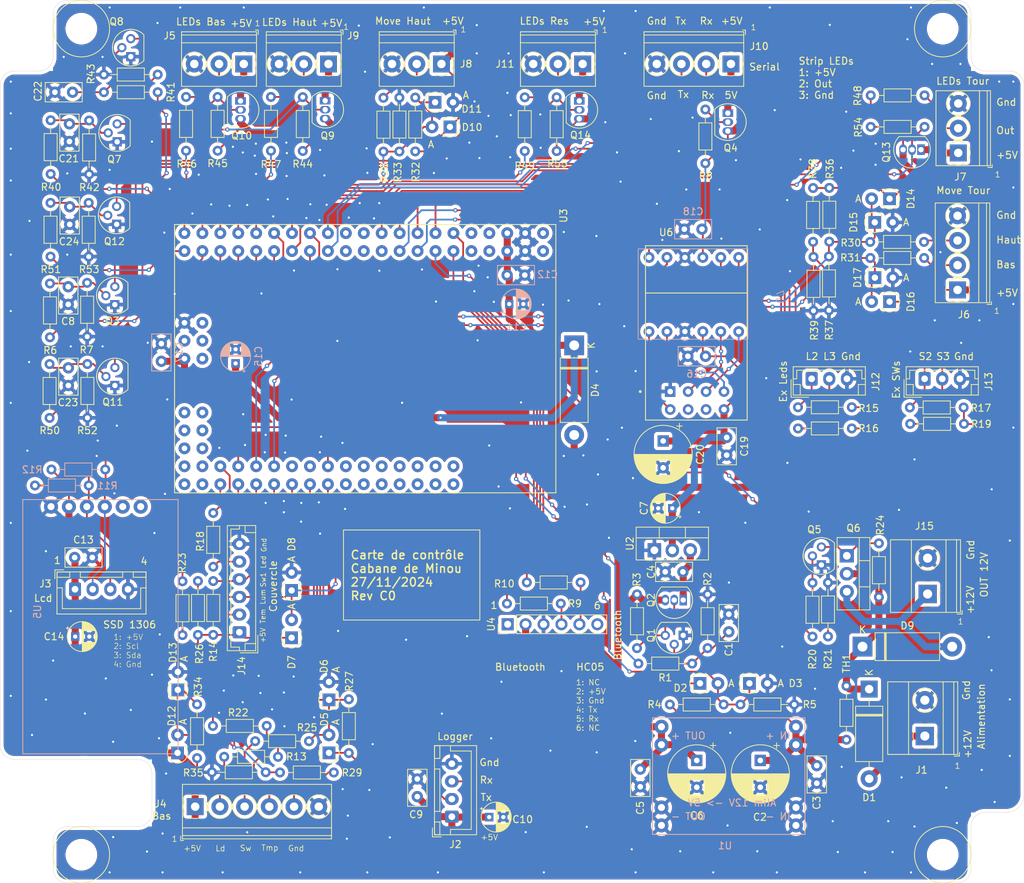
<source format=kicad_pcb>
(kicad_pcb (version 20221018) (generator pcbnew)
  (title_block (title "Cabane de Minou") (date "2024-11-27") (rev "Rev C0") (company "BPC") (comment 1 "2 capteurs de température / 4 entrées détecteur de mouvement") (comment 2 "Wifi / Luminosité / RTC / Bluetooth / Lcd") (comment 3 "4 sorties Strip LEDs (Avec Alim. 5V pilotable)") (comment 4 "Alimentation 12V / 1 sortie 12V commutable"))
  (layers (0 "F.Cu" signal) (31 "B.Cu" signal) (34 "B.Paste" user) (35 "F.Paste" user) (36 "B.SilkS" user "B.Silkscreen") (37 "F.SilkS" user "F.Silkscreen") (38 "B.Mask" user) (39 "F.Mask" user) (44 "Edge.Cuts" user))
  (net 0 "")
  (net 1 "Net-(D4-K)")
  (net 2 "UC_IN_MES_12V")
  (net 3 "GND")
  (net 4 "LUMINOSITE")
  (net 5 "UC_IN_PRESENCE_BAS")
  (net 6 "5V_LEDS_RES")
  (net 7 "UC_IN_PRESENCE_HAUT")
  (net 8 "POWER_3.3")
  (net 9 "UC_IN_PRESENCE_TOUR_BAS")
  (net 10 "SDA")
  (net 11 "UC_IN_PRESENCE_TOUR_HAUT")
  (net 12 "SCL")
  (net 13 "UC_TEMP_BAS")
  (net 14 "UC_OUT_CMD_CHAUFFAGE")
  (net 15 "OUT_LEDS_RES")
  (net 16 "UC_TEMP_EXT")
  (net 17 "UC_ESP_TX")
  (net 18 "UC_OUT_LEDS_BAS")
  (net 19 "UC_OUT_LEDS_HAUT")
  (net 20 "UC_OUT_LEDS_TOUR")
  (net 21 "Net-(C1-Pad1)")
  (net 22 "POWER_12V")
  (net 23 "+5V")
  (net 24 "UC_IN_SW1_BUTTON")
  (net 25 "Net-(D1-A)")
  (net 26 "UC_IN_CAPOT")
  (net 27 "Net-(D9-A)")
  (net 28 "5V_LEDS_TOUR")
  (net 29 "OUT_LEDS_TOUR")
  (net 30 "5V_LEDS_HAUT")
  (net 31 "OUT_LEDS_HAUT")
  (net 32 "5V_LEDS_BAS")
  (net 33 "OUT_LEDS_BAS")
  (net 34 "IN_PRESENCE_HAUT")
  (net 35 "OUT_LED_CAPOT_OUVERT")
  (net 36 "IN_CAPOT")
  (net 37 "TEMP_BAS")
  (net 38 "IN_PRESENCE_BAS")
  (net 39 "IN_PRESENCE_TOUR_BAS")
  (net 40 "IN_PRESENCE_TOUR_HAUT")
  (net 41 "TEMP_EXT")
  (net 42 "Net-(Q4-B)")
  (net 43 "UC_5V_LEDS_HAUT")
  (net 44 "UC_5V_LEDS_BAS")
  (net 45 "UC_5V_LEDS_TOUR")
  (net 46 "UC_IN_SW2_BUTTON")
  (net 47 "UC_IN_SW3_BUTTON")
  (net 48 "5V_SER")
  (net 49 "UC_RX_LOG")
  (net 50 "UC_TX_LOG")
  (net 51 "UC_ESP_RX")
  (net 52 "Net-(Q9-B)")
  (net 53 "Net-(Q14-B)")
  (net 54 "UC_OUT_LED_1")
  (net 55 "UC_3V_ESP")
  (net 56 "UC_RX_PROG")
  (net 57 "UC_TX_PROG")
  (net 58 "Net-(Q10-B)")
  (net 59 "UC_OUT_LED_2")
  (net 60 "UC_OUT_LED_3")
  (net 61 "UC_5V_SER")
  (net 62 "IO2_3")
  (net 63 "IO1_3")
  (net 64 "ESP_RX_3")
  (net 65 "ESP_TX_3")
  (net 66 "UC_IO1")
  (net 67 "UC_IO2")
  (net 68 "UC_OUT_LEDS_RES")
  (net 69 "UC_OUT_LED_CAPOT_OUVERT")
  (net 70 "UC_5V_LEDS_RES")
  (net 71 "Net-(Q2-C)")
  (net 72 "Net-(C8-Pad1)")
  (net 73 "Net-(C21-Pad1)")
  (net 74 "Net-(C22-Pad1)")
  (net 75 "Net-(C23-Pad1)")
  (net 76 "Net-(C24-Pad1)")
  (net 77 "Net-(J12-Pin_1)")
  (net 78 "Net-(J12-Pin_2)")
  (net 79 "Net-(J14-Pin_5)")
  (net 80 "Net-(Q2-B)")
  (net 81 "Net-(Q5-Pad2)")
  (net 82 "Net-(Q6-G)")
  (net 83 "Net-(Q13-B)")
  (net 84 "Net-(U4-TXD)")
  (net 85 "Net-(U4-RXD)")
  (net 127 "12V")
  (net 128 "UC_RX_SER")
  (net 129 "UC_TX_SER")
  (footprint "Capacitor_THT:C_Disc_D5.0mm_W2.5mm_P2.50mm" (layer "F.Cu") (at 168.2 101.93 180)
    (fp_text reference "C4")
    (fp_text value "100nF")
  )
  (footprint "Connector_JST:JST_EH_B3B-EH-A_1x03_P2.50mm_Vertical" (layer "F.Cu") (at 202.43 74.59)
    (fp_text reference "J13")
    (fp_text value "Buttons")
  )
  (footprint "TerminalBlock_Phoenix:TerminalBlock_Phoenix_PT-1,5-3-3.5-H_1x03_P3.50mm_Horizontal" (layer "F.Cu") (at 134 30 180)
    (fp_text reference "J8")
    (fp_text value "Move Haut")
  )
  (footprint "Resistor_THT:R_Axial_DIN0204_L3.6mm_D1.6mm_P7.62mm_Horizontal" (layer "F.Cu") (at 150.32 42.34 90)
    (fp_text reference "R55")
    (fp_text value "100k")
  )
  (footprint "Diode_THT:D_A-405_P2.54mm_Vertical_AnodeUp" (layer "F.Cu") (at 135.205 38.91 180)
    (fp_text reference "D10")
    (fp_text value "DO-204")
  )
  (footprint "TerminalBlock_Phoenix:TerminalBlock_Phoenix_PT-1,5-4-3.5-H_1x04_P3.50mm_Horizontal" (layer "F.Cu") (at 175 30 180)
    (fp_text reference "J10")
    (fp_text value "Serial")
  )
  (footprint "TerminalBlock_Phoenix:TerminalBlock_Phoenix_MKDS-1,5-2-5.08_1x02_P5.08mm_Horizontal" (layer "F.Cu") (at 202.465 125.19 90)
    (fp_text reference "J1")
    (fp_text value "Alim 12V")
  )
  (footprint "Diode_THT:D_5W_P12.70mm_Horizontal" (layer "F.Cu") (at 152.8 69.85 -90)
    (fp_text reference "D4")
    (fp_text value "D")
  )
  (footprint "Resistor_THT:R_Axial_DIN0204_L3.6mm_D1.6mm_P7.62mm_Horizontal" (layer "F.Cu") (at 153.71 103.43 180)
    (fp_text reference "R10")
    (fp_text value "100")
  )
  (footprint "Resistor_THT:R_Axial_DIN0204_L3.6mm_D1.6mm_P7.62mm_Horizontal" (layer "F.Cu") (at 101.63 123.75)
    (fp_text reference "R22")
    (fp_text value "10")
  )
  (footprint "Resistor_THT:R_Axial_DIN0204_L3.6mm_D1.6mm_P7.62mm_Horizontal" (layer "F.Cu") (at 191.36 118.09 -90)
    (fp_text reference "TH1")
    (fp_text value "Thermistor_NTC")
  )
  (footprint "Resistor_THT:R_Axial_DIN0204_L3.6mm_D1.6mm_P7.62mm_Horizontal" (layer "F.Cu") (at 109.11 130.32 180)
    (fp_text reference "R35")
    (fp_text value "100k")
  )
  (footprint "Resistor_THT:R_Axial_DIN0204_L3.6mm_D1.6mm_P7.62mm_Horizontal" (layer "F.Cu") (at 145.8 42.34 90)
    (fp_text reference "R49")
    (fp_text value "50")
  )
  (footprint "Capacitor_THT:CP_Radial_D8.0mm_P3.80mm" (layer "F.Cu") (at 170.16 128.645 -90)
    (fp_text reference "C6")
    (fp_text value "20uF")
  )
  (footprint "Resistor_THT:R_Axial_DIN0204_L3.6mm_D1.6mm_P7.62mm_Horizontal" (layer "F.Cu") (at 99.51 110.86 90)
    (fp_text reference "R26")
    (fp_text value "100k")
  )
  (footprint "Diode_THT:D_A-405_P2.54mm_Vertical_AnodeUp" (layer "F.Cu") (at 96.63 127.575 90)
    (fp_text reference "D12")
    (fp_text value "DO-204")
  )
  (footprint "Connector_JST:JST_XH_B4B-XH-A_1x04_P2.50mm_Vertical" (layer "F.Cu") (at 82.1 104.4)
    (fp_text reference "J3")
    (fp_text value "Screen")
  )
  (footprint "Resistor_THT:R_Axial_DIN0204_L3.6mm_D1.6mm_P7.62mm_Horizontal" (layer "F.Cu") (at 128.04 42.39 90)
    (fp_text reference "R33")
    (fp_text value "100k")
  )
  (footprint "Package_TO_SOT_THT:TO-92" (layer "F.Cu") (at 87.75 75.54 90)
    (fp_text reference "Q11")
    (fp_text value "BPC_2N2222A")
  )
  (footprint "Resistor_THT:R_Axial_DIN0204_L3.6mm_D1.6mm_P7.62mm_Horizontal" (layer "F.Cu") (at 188.88 57.27 -90)
    (fp_text reference "R37")
    (fp_text value "100k")
  )
  (footprint "Capacitor_THT:C_Disc_D5.0mm_W2.5mm_P2.50mm" (layer "F.Cu") (at 162.16 129.875 -90)
    (fp_text reference "C5")
    (fp_text value "1n")
  )
  (footprint "Resistor_THT:R_Axial_DIN0204_L3.6mm_D1.6mm_P7.62mm_Horizontal" (layer "F.Cu") (at 84.04 49.67 -90)
    (fp_text reference "R53")
    (fp_text value "100k")
  )
  (footprint "Diode_THT:D_A-405_P2.54mm_Vertical_AnodeUp" (layer "F.Cu") (at 195.37 52.43)
    (fp_text reference "D15")
    (fp_text value "DO-204")
  )
  (footprint "Capacitor_THT:CP_Radial_D8.0mm_P3.80mm" (layer "F.Cu") (at 179.16 128.645 -90)
    (fp_text reference "C2")
    (fp_text value "40uF")
  )
  (footprint "Diode_THT:D_A-405_P2.54mm_Vertical_AnodeUp" (layer "F.Cu") (at 177.62 117.725)
    (fp_text reference "D3")
    (fp_text value "DO-204")
  )
  (footprint "Resistor_THT:R_Axial_DIN0204_L3.6mm_D1.6mm_P7.62mm_Horizontal" (layer "F.Cu") (at 97.32 103.27 -90)
    (fp_text reference "R23")
    (fp_text value "10")
  )
  (footprint "Resistor_THT:R_Axial_DIN0204_L3.6mm_D1.6mm_P7.62mm_Horizontal" (layer "F.Cu") (at 109.85 42.29 90)
    (fp_text reference "R47")
    (fp_text value "50")
  )
  (footprint "Resistor_THT:R_Axial_DIN0204_L3.6mm_D1.6mm_P7.62mm_Horizontal" (layer "F.Cu") (at 93.81 34 180)
    (fp_text reference "R41")
    (fp_text value "220")
  )
  (footprint "Package_TO_SOT_THT:TO-220-3_Vertical" (layer "F.Cu") (at 191.415 99.66 -90)
    (fp_text reference "Q6")
    (fp_text value "BPC_IPP034N03L")
  )
  (footprint "Diode_THT:D_DO-15_P12.70mm_Horizontal" (layer "F.Cu") (at 194.58 118.54 -90)
    (fp_text reference "D1")
    (fp_text value "SR560")
  )
  (footprint "TerminalBlock_Phoenix:TerminalBlock_Phoenix_PT-1,5-4-3.5-H_1x04_P3.50mm_Horizontal" (layer "F.Cu") (at 207.1 62 90)
    (fp_text reference "J6")
    (fp_text value "Move Tour")
  )
  (footprint "Resistor_THT:R_Axial_DIN0204_L3.6mm_D1.6mm_P7.62mm_Horizontal" (layer "F.Cu") (at 208.01 80.97 180)
    (fp_text reference "R19")
    (fp_text value "100k")
  )
  (footprint "Resistor_THT:R_Axial_DIN0204_L3.6mm_D1.6mm_P7.62mm_Horizontal" (layer "F.Cu") (at 161.89 114.93)
    (fp_text reference "R1")
    (fp_text value "220")
  )
  (footprint "Resistor_THT:R_Axial_DIN0204_L3.6mm_D1.6mm_P7.62mm_Horizontal" (layer "F.Cu") (at 188.745 111.08 90)
    (fp_text reference "R21")
    (fp_text value "100k")
  )
  (footprint "Resistor_THT:R_Axial_DIN0204_L3.6mm_D1.6mm_P7.62mm_Horizontal" (layer "F.Cu") (at 78.63 57.29 90)
    (fp_text reference "R51")
    (fp_text value "220")
  )
  (footprint "Resistor_THT:R_Axial_DIN0204_L3.6mm_D1.6mm_P7.62mm_Horizontal" (layer "F.Cu") (at 97.83 42.29 90)
    (fp_text reference "R46")
    (fp_text value "50")
  )
  (footprint "Resistor_THT:R_Axial_DIN0204_L3.6mm_D1.6mm_P7.62mm_Horizontal" (layer "F.Cu") (at 184.5 78.62)
    (fp_text reference "R15")
    (fp_text value "220")
  )
  (footprint "Resistor_THT:R_Axial_DIN0204_L3.6mm_D1.6mm_P7.62mm_Horizontal" (layer "F.Cu") (at 176.35 120.725)
    (fp_text reference "R5")
    (fp_text value "30k")
  )
  (footprint "Resistor_THT:R_Axial_DIN0204_L3.6mm_D1.6mm_P7.62mm_Horizontal" (layer "F.Cu") (at 84.1 38.01 -90)
    (fp_text reference "R42")
    (fp_text value "100k")
  )
  (footprint "Capacitor_THT:C_Disc_D5.0mm_W2.5mm_P2.50mm" (layer "F.Cu") (at 174.4 82.9 -90)
    (fp_text reference "C19")
    (fp_text value "1n")
  )
  (footprint "Resistor_THT:R_Axial_DIN0204_L3.6mm_D1.6mm_P7.62mm_Horizontal" (layer "F.Cu") (at 120.88 127.6 90)
    (fp_text reference "R27")
    (fp_text value "100k")
  )
  (footprint "Package_TO_SOT_THT:TO-92_Inline" (layer "F.Cu") (at 201.92 42.14 180)
    (fp_text reference "Q13")
    (fp_text value "BC327")
  )
  (footprint "Capacitor_THT:CP_Radial_D4.0mm_P2.00mm" (layer "F.Cu") (at 166.7 92.93 180)
    (fp_text reference "C7")
    (fp_text value "10µF")
  )
  (footprint "Resistor_THT:R_Axial_DIN0204_L3.6mm_D1.6mm_P7.62mm_Horizontal" (layer "F.Cu") (at 184.5 81.62)
    (fp_text reference "R16")
    (fp_text value "220")
  )
  (footprint "Connector_JST:JST_EH_B3B-EH-A_1x03_P2.50mm_Vertical" (layer "F.Cu") (at 186.43 74.59)
    (fp_text reference "J12")
    (fp_text value "Leds")
  )
  (footprint "bpc:BPC_Trou4mm_Fixation" (layer "F.Cu") (at 83 25)
    (fp_text reference "X4" hide)
    (fp_text value "Trou")
  )
  (footprint "Resistor_THT:R_Axial_DIN0204_L3.6mm_D1.6mm_P7.62mm_Horizontal" (layer "F.Cu") (at 78.65 45.59 90)
    (fp_text reference "R40")
    (fp_text value "220")
  )
  (footprint "Resistor_THT:R_Axial_DIN0204_L3.6mm_D1.6mm_P7.62mm_Horizontal" (layer "F.Cu") (at 171.38 44.07 90)
    (fp_text reference "R8")
    (fp_text value "100k")
  )
  (footprint "Diode_THT:D_A-405_P2.54mm_Vertical_AnodeUp" (layer "F.Cu") (at 112.78 111.27 90)
    (fp_text reference "D7")
    (fp_text value "DO-204")
  )
  (footprint "Capacitor_THT:C_Disc_D5.0mm_W2.5mm_P2.50mm" (layer "F.Cu") (at 81.14 61.55 -90)
    (fp_text reference "C8")
    (fp_text value "100n")
  )
  (footprint "Capacitor_THT:C_Disc_D5.0mm_W2.5mm_P2.50mm" (layer "F.Cu") (at 82.05 99.9)
    (fp_text reference "C13")
    (fp_text value "100nF")
  )
  (footprint "Diode_THT:D_A-405_P2.54mm_Vertical_AnodeUp" (layer "F.Cu") (at 112.78 104.565 90)
    (fp_text reference "D8")
    (fp_text value "DO-204")
  )
  (footprint "Resistor_THT:R_Axial_DIN0204_L3.6mm_D1.6mm_P7.62mm_Horizontal" (layer "F.Cu") (at 102.3 42.29 90)
    (fp_text reference "R45")
    (fp_text value "100k")
  )
  (footprint "Resistor_THT:R_Axial_DIN0204_L3.6mm_D1.6mm_P7.62mm_Horizontal" (layer "F.Cu") (at 207.96 78.65 180)
    (fp_text reference "R17")
    (fp_text value "100k")
  )
  (footprint "Package_TO_SOT_THT:TO-92" (layer "F.Cu") (at 88 52.71 90)
    (fp_text reference "Q12")
    (fp_text value "BPC_2N2222A")
  )
  (footprint "bpc:BPC_XCVR_ESP8266-01_ESP-01" (layer "F.Cu") (at 170.21 68.09)
    (fp_text reference "U6")
    (fp_text value "BPC_ESP8266-01_ESP-01")
  )
  (footprint "Package_TO_SOT_THT:TO-92_Inline" (layer "F.Cu") (at 153.52 35.23 -90)
    (fp_text reference "Q14")
    (fp_text value "BC327")
  )
  (footprint "Package_TO_SOT_THT:TO-92_Inline" (layer "F.Cu") (at 174.56 36.96 -90)
    (fp_text reference "Q4")
    (fp_text value "BC327")
  )
  (footprint "bpc:BPC_Trou4mm_Fixation" (layer "F.Cu") (at 205 25)
    (fp_text reference "X3" hide)
    (fp_text value "Trou")
  )
  (footprint "Resistor_THT:R_Axial_DIN0204_L3.6mm_D1.6mm_P7.62mm_Horizontal" (layer "F.Cu") (at 93.81 31.5 180)
    (fp_text reference "R43")
    (fp_text value "100k")
  )
  (footprint "Resistor_THT:R_Axial_DIN0204_L3.6mm_D1.6mm_P7.62mm_Horizontal" (layer "F.Cu") (at 186.69 57.33 -90)
    (fp_text reference "R39")
    (fp_text value "100k")
  )
  (footprint "Diode_THT:D_A-405_P2.54mm_Vertical_AnodeUp" (layer "F.Cu") (at 197.47 49.09 180)
    (fp_text reference "D14")
    (fp_text value "DO-204")
  )
  (footprint "Package_TO_SOT_THT:TO-92_Inline" (layer "F.Cu") (at 168.24 105.93 180)
    (fp_text reference "Q2")
    (fp_text value "BC327")
  )
  (footprint "Connector_JST:JST_XH_B4B-XH-A_1x04_P2.50mm_Vertical" (layer "F.Cu") (at 135.47 136.61 90)
    (fp_text reference "J2")
    (fp_text value "Log")
  )
  (footprint "Diode_THT:D_A-405_P2.54mm_Vertical_AnodeUp" (layer "F.Cu") (at 197.47 63.67 180)
    (fp_text reference "D16")
    (fp_text value "DO-204")
  )
  (footprint "TerminalBlock_Phoenix:TerminalBlock_Phoenix_PT-1,5-3-3.5-H_1x03_P3.50mm_Horizontal" (layer "F.Cu") (at 207.2 42.6 90)
    (fp_text reference "J7")
    (fp_text value "LEDs Tour")
  )
  (footprint "bpc:BPC_Trou4mm_Fixation" (layer "F.Cu") (at 83 142)
    (fp_text reference "X2" hide)
    (fp_text value "Trou")
  )
  (footprint "Resistor_THT:R_Axial_DIN0204_L3.6mm_D1.6mm_P7.62mm_Horizontal" (layer "F.Cu") (at 83.82 61 -90)
    (fp_text reference "R7")
    (fp_text value "100k")
  )
  (footprint "Resistor_THT:R_Axial_DIN0204_L3.6mm_D1.6mm_P7.62mm_Horizontal" (layer "F.Cu") (at 195.955 105.51 90)
    (fp_text reference "R24")
    (fp_text value "100k")
  )
  (footprint "Package_TO_SOT_THT:TO-92" (layer "F.Cu") (at 90 28.96 90)
    (fp_text reference "Q8")
    (fp_text value "BPC_2N2222A")
  )
  (footprint "Resistor_THT:R_Axial_DIN0204_L3.6mm_D1.6mm_P7.62mm_Horizontal" (layer "F.Cu") (at 143.28 106.43)
    (fp_text reference "R9")
    (fp_text value "100")
  )
  (footprint "Resistor_THT:R_Axial_DIN0204_L3.6mm_D1.6mm_P7.62mm_Horizontal" (layer "F.Cu") (at 103.23 128.13)
    (fp_text reference "R13")
    (fp_text value "220")
  )
  (footprint "Package_TO_SOT_THT:TO-92" (layer "F.Cu") (at 168.24 110.93 180)
    (fp_text reference "Q1")
    (fp_text value "BPC_2N2222A")
  )
  (footprint "TerminalBlock_Phoenix:TerminalBlock_Phoenix_PT-1,5-3-3.5-H_1x03_P3.50mm_Horizontal" (layer "F.Cu") (at 118 30 180)
    (fp_text reference "J9")
    (fp_text value "LEDs Haut")
  )
  (footprint "Capacitor_THT:C_Disc_D5.0mm_W2.5mm_P2.50mm" (layer "F.Cu") (at 81.35 50.22 -90)
    (fp_text reference "C24")
    (fp_text value "100n")
  )
  (footprint "Capacitor_THT:C_Disc_D5.0mm_W2.5mm_P2.50mm" (layer "F.Cu") (at 81.75 34 180)
    (fp_text reference "C22")
    (fp_text value "100n")
  )
  (footprint "Resistor_THT:R_Axial_DIN0204_L3.6mm_D1.6mm_P7.62mm_Horizontal" (layer "F.Cu") (at 125.78 42.41 90)
    (fp_text reference "R28")
    (fp_text value "10")
  )
  (footprint "Resistor_THT:R_Axial_DIN0204_L3.6mm_D1.6mm_P7.62mm_Horizontal" (layer "F.Cu") (at 186.555 111.11 90)
    (fp_text reference "R20")
    (fp_text value "220")
  )
  (footprint "Diode_THT:D_A-405_P2.54mm_Vertical_AnodeUp" (layer "F.Cu") (at 118.07 120.06 90)
    (fp_text reference "D6")
    (fp_text value "DO-204")
  )
  (footprint "Resistor_THT:R_Axial_DIN0204_L3.6mm_D1.6mm_P7.62mm_Horizontal" (layer "F.Cu") (at 194.73 55.2)
    (fp_text reference "R30")
    (fp_text value "10")
  )
  (footprint "Capacitor_THT:CP_Radial_D4.0mm_P2.00mm" (layer "F.Cu") (at 140.76 136.67)
    (fp_text reference "C10")
    (fp_text value "10µF")
  )
  (footprint "TerminalBlock_Phoenix:TerminalBlock_Phoenix_MKDS-1,5-2-5.08_1x02_P5.08mm_Horizontal" (layer "F.Cu") (at 202.86 105.07 90)
    (fp_text reference "J15")
    (fp_text value "Commande 12V")
  )
  (footprint "Resistor_THT:R_Axial_DIN0204_L3.6mm_D1.6mm_P7.62mm_Horizontal" (layer "F.Cu") (at 194.75 57.48)
    (fp_text reference "R31")
    (fp_text value "10")
  )
  (footprint "bpc:BPC_HC05_Vertical" (layer "F.Cu") (at 143.38 109.36 90)
    (fp_text reference "U4")
    (fp_text value "~")
  )
  (footprint "Resistor_THT:R_Axial_DIN0204_L3.6mm_D1.6mm_P7.62mm_Horizontal" (layer "F.Cu") (at 188.93 47.55 -90)
    (fp_text reference "R36")
    (fp_text value "100k")
  )
  (footprint "Package_TO_SOT_THT:TO-220-3_Vertical" (layer "F.Cu") (at 164.16 98.875)
    (fp_text reference "U2")
    (fp_text value "LM1117DT-3.3")
  )
  (footprint "Diode_THT:D_A-405_P2.54mm_Vertical_AnodeUp" (layer "F.Cu") (at 170.62 117.725)
    (fp_text reference "D2")
    (fp_text value "DO-204")
  )
  (footprint "Package_TO_SOT_THT:TO-92" (layer "F.Cu") (at 87.74 64.08 90)
    (fp_text reference "Q3")
    (fp_text value "BPC_2N2222A")
  )
  (footprint "Resistor_THT:R_Axial_DIN0204_L3.6mm_D1.6mm_P7.62mm_Horizontal" (layer "F.Cu") (at 166.35 120.725)
    (fp_text reference "R4")
    (fp_text value "100k")
  )
  (footprint "Capacitor_THT:C_Disc_D5.0mm_W2.5mm_P2.50mm" (layer "F.Cu") (at 130.58 133.77 90)
    (fp_text reference "C9")
    (fp_text value "100nF")
  )
  (footprint "Resistor_THT:R_Axial_DIN0204_L3.6mm_D1.6mm_P7.62mm_Horizontal" (layer "F.Cu") (at 194.8 38.91)
    (fp_text reference "R54")
    (fp_text value "100k")
  )
  (footprint "Package_TO_SOT_THT:TO-92_Inline" (layer "F.Cu") (at 117.53 35.2 -90)
    (fp_text reference "Q9")
    (fp_text value "BC327")
  )
  (footprint "Package_TO_SOT_THT:TO-92" (layer "F.Cu") (at 88.07 41.03 90)
    (fp_text reference "Q7")
    (fp_text value "BPC_2N2222A")
  )
  (footprint "Connector_JST:JST_EH_B6B-EH-A_1x06_P2.50mm_Vertical" (layer "F.Cu") (at 105.38 110.49 90)
    (fp_text reference "J14")
    (fp_text value "Couvercle")
  )
  (footprint "Resistor_THT:R_Axial_DIN0204_L3.6mm_D1.6mm_P7.62mm_Horizontal" (layer "F.Cu") (at 107.62 125.92)
    (fp_text reference "R25")
    (fp_text value "1k")
  )
  (footprint "Capacitor_THT:CP_Radial_D4.0mm_P2.00mm" (layer "F.Cu") (at 82.127401 111.1)
    (fp_text reference "C14")
    (fp_text value "10µF")
  )
  (footprint "bpc:BPC_Trou4mm_Fixation" (layer "F.Cu") (at 205 142)
    (fp_text reference "X1" hide)
    (fp_text value "Trou")
  )
  (footprint "Resistor_THT:R_Axial_DIN0204_L3.6mm_D1.6mm_P7.62mm_Horizontal" (layer "F.Cu") (at 194.8 34.45)
    (fp_text reference "R48")
    (fp_text value "50")
  )
  (footprint "Capacitor_THT:C_Disc_D5.0mm_W2.5mm_P2.50mm" (layer "F.Cu") (at 187.16 129.375 -90)
    (fp_text reference "C3")
    (fp_text value "100n")
  )
  (footprint "Resistor_THT:R_Axial_DIN0204_L3.6mm_D1.6mm_P7.62mm_Horizontal" (layer "F.Cu") (at 83.85 72.5 -90)
    (fp_text reference "R52")
    (fp_text value "100k")
  )
  (footprint "Diode_THT:D_A-405_P2.54mm_Vertical_AnodeUp" (layer "F.Cu") (at 118.07 127.565 90)
    (fp_text reference "D5")
    (fp_text value "DO-204")
  )
  (footprint "Capacitor_THT:CP_Radial_D8.0mm_P3.80mm" (layer "F.Cu") (at 165.4 83.4 -90)
    (fp_text reference "C20")
    (fp_text value "20uF")
  )
  (footprint "Resistor_THT:R_Axial_DIN0204_L3.6mm_D1.6mm_P7.62mm_Horizontal" (layer "F.Cu") (at 101.68 101.21 90)
    (fp_text reference "R18")
    (fp_text value "220")
  )
  (footprint "Diode_THT:D_A-405_P2.54mm_Vertical_AnodeUp" (layer "F.Cu") (at 96.66 118.65 90)
    (fp_text reference "D13")
    (fp_text value "DO-204")
  )
  (footprint "TerminalBlock_Phoenix:TerminalBlock_Phoenix_PT-1,5-6-3.5-H_1x06_P3.50mm_Horizontal" (layer "F.Cu") (at 99.12 135.19)
    (fp_text reference "J4")
    (fp_text value "Bas")
  )
  (footprint "bpc:BPC_ATMEGA2560_PRO_MINI" (layer "F.Cu") (at 123.2 71.74 180)
    (fp_text reference "U3")
    (fp_text value "BPC_ATMEGA2560_PRO")
  )
  (footprint "Resistor_THT:R_Axial_DIN0204_L3.6mm_D1.6mm_P7.62mm_Horizontal" (layer "F.Cu") (at 99.39 128.32 90)
    (fp_text reference "R34")
    (fp_text value "100k")
  )
  (footprint "Diode_THT:D_A-405_P2.54mm_Vertical_AnodeUp" (layer "F.Cu") (at 195.39 60.27)
    (fp_text reference "D17")
    (fp_text value "DO-204")
  )
  (footprint "Resistor_THT:R_Axial_DIN0204_L3.6mm_D1.6mm_P7.62mm_Horizontal" (layer "F.Cu") (at 161.7 105.12 -90)
    (fp_text reference "R3")
    (fp_text value "100k")
  )
  (footprint "Resistor_THT:R_Axial_DIN0204_L3.6mm_D1.6mm_P7.62mm_Horizontal" (layer "F.Cu") (at 171.7 112.74 90)
    (fp_text reference "R2")
    (fp_text value "100k")
  )
  (footprint "Capacitor_THT:C_Disc_D5.0mm_W2.5mm_P2.50mm" (layer "F.Cu") (at 81.31 38.48 -90)
    (fp_text reference "C21")
    (fp_text value "100n")
  )
  (footprint "Capacitor_THT:C_Disc_D5.0mm_W2.5mm_P2.50mm" (layer "F.Cu") (at 81.16 73.04 -90)
    (fp_text reference "C23")
    (fp_text value "100n")
  )
  (footprint "Package_TO_SOT_THT:TO-92" (layer "F.Cu") (at 187.815 100.95 90)
    (fp_text reference "Q5")
    (fp_text value "BPC_2N2222A")
  )
  (footprint "Capacitor_THT:C_Disc_D5.0mm_W2.5mm_P2.50mm" (layer "F.Cu") (at 174.7 110.43 90)
    (fp_text reference "C1")
    (fp_text value "100n")
  )
  (footprint "Resistor_THT:R_Axial_DIN0204_L3.6mm_D1.6mm_P7.62mm_Horizontal" (layer "F.Cu") (at 101.68 110.86 90)
    (fp_text reference "R14")
    (fp_text value "100k")
  )
  (footprint "Diode_THT:D_5W_P12.70mm_Horizontal" (layer "F.Cu") (at 193.64 112.53)
    (fp_text reference "D9")
    (fp_text value "DO-201")
  )
  (footprint "Resistor_THT:R_Axial_DIN0204_L3.6mm_D1.6mm_P7.62mm_Horizontal" (layer "F.Cu") (at 186.64 47.57 -90)
    (fp_text reference "R38")
    (fp_text value "100k")
  )
  (footprint "Diode_THT:D_A-405_P2.54mm_Vertical_AnodeUp" (layer "F.Cu") (at 133.1 35.43)
    (fp_text reference "D11")
    (fp_text value "DO-204")
  )
  (footprint "Resistor_THT:R_Axial_DIN0204_L3.6mm_D1.6mm_P7.62mm_Horizontal" (layer "F.Cu") (at 114.36 42.32 90)
    (fp_text reference "R44")
    (fp_text value "100k")
  )
  (footprint "Resistor_THT:R_Axial_DIN0204_L3.6mm_D1.6mm_P7.62mm_Horizontal" (layer "F.Cu") (at 118.75 130.35 180)
    (fp_text reference "R29")
    (fp_text value "10")
  )
  (footprint "TerminalBlock_Phoenix:TerminalBlock_Phoenix_PT-1,5-3-3.5-H_1x03_P3.50mm_Horizontal" (layer "F.Cu") (at 154 30 180)
    (fp_text reference "J11")
    (fp_text value "LEDs Res")
  )
  (footprint "Resistor_THT:R_Axial_DIN0204_L3.6mm_D1.6mm_P7.62mm_Horizontal" (layer "F.Cu") (at 130.29 42.38 90)
    (fp_text reference "R32")
    (fp_text value "100k")
  )
  (footprint "Resistor_THT:R_Axial_DIN0204_L3.6mm_D1.6mm_P7.62mm_Horizontal" (layer "F.Cu") (at 78.5 80.13 90)
    (fp_text reference "R50")
    (fp_text value "220")
  )
  (footprint "Resistor_THT:R_Axial_DIN0204_L3.6mm_D1.6mm_P7.62mm_Horizontal" (layer "F.Cu") (at 78.55 68.71 90)
    (fp_text reference "R6")
    (fp_text value "220")
  )
  (footprint "TerminalBlock_Phoenix:TerminalBlock_Phoenix_PT-1,5-3-3.5-H_1x03_P3.50mm_Horizontal" (layer "F.Cu") (at 106 30 180)
    (fp_text reference "J5")
    (fp_text value "LEDs Bas")
  )
  (footprint "Package_TO_SOT_THT:TO-92_Inline" (layer "F.Cu") (at 105.54 35.23 -90)
    (fp_text reference "Q10")
    (fp_text value "BC327")
  )
  (footprint "Capacitor_THT:C_Disc_D5.0mm_W2.5mm_P2.50mm" (layer "B.Cu") (at 94.33 72.11 90)
    (fp_text reference "C17")
    (fp_text value "1n")
  )
  (footprint "Capacitor_THT:C_Disc_D5.0mm_W2.5mm_P2.50mm" (layer "B.Cu") (at 168.9 71.4)
    (fp_text reference "C16")
    (fp_text value "1n")
  )
  (footprint "Capacitor_THT:CP_Radial_D4.0mm_P2.00mm" (layer "B.Cu") (at 143.6 64)
    (fp_text reference "C11")
    (fp_text value "10uF")
  )
  (footprint "Capacitor_THT:CP_Radial_D4.0mm_P2.00mm" (layer "B.Cu") (at 104.84 72.41 90)
    (fp_text reference "C15")
    (fp_text value "10uF")
  )
  (footprint "Capacitor_THT:C_Disc_D5.0mm_W2.5mm_P2.50mm" (layer "B.Cu") (at 143.3 59.9)
    (fp_text reference "C12")
    (fp_text value "1n")
  )
  (footprint "bpc:BPC_LVLCONV_5_33" (layer "B.Cu") (at 176.1 67.9 90)
    (fp_text reference "U7")
    (fp_text value "~")
  )
  (footprint "Resistor_THT:R_Axial_DIN0204_L3.6mm_D1.6mm_P7.62mm_Horizontal" (layer "B.Cu") (at 78.76 87.44)
    (fp_text reference "R11")
    (fp_text value "10k")
  )
  (footprint "bpc:BPC_Alim5V" (layer "B.Cu") (at 184.21 123.875 180)
    (fp_text reference "U1")
    (fp_text value "BPC_Alim5V" hide)
  )
  (footprint "Capacitor_THT:C_Disc_D5.0mm_W2.5mm_P2.50mm" (layer "B.Cu") (at 170.9 53.4 180)
    (fp_text reference "C18")
    (fp_text value "1n")
  )
  (footprint "bpc:BPC_RtcArduino" (layer "B.Cu") (at 78.7 92.7 -90)
    (fp_text reference "U5")
    (fp_text value "RtcArduino")
  )
  (footprint "Resistor_THT:R_Axial_DIN0204_L3.6mm_D1.6mm_P7.62mm_Horizontal" (layer "B.Cu") (at 76.43 89.7)
    (fp_text reference "R12")
    (fp_text value "10k")
  )
  (gr_line (start 214 136) (end 211 136) (stroke (width 0.05)) (layer "Edge.Cuts"))
  (gr_line (start 207 146) (end 81 146) (stroke (width 0.05)) (layer "Edge.Cuts"))
  (gr_line (start 71.5 33) (end 71.5 126.5) (stroke (width 0.05)) (layer "Edge.Cuts"))
  (gr_line (start 81 21) (end 207 21) (stroke (width 0.05)) (layer "Edge.Cuts"))
  (gr_arc (start 79 29) (mid 78.414214 30.414214) (end 77 31) (stroke (width 0.05)) (layer "Edge.Cuts"))
  (gr_arc (start 216.5 133.5) (mid 215.767767 135.267767) (end 214 136) (stroke (width 0.05)) (layer "Edge.Cuts"))
  (gr_line (start 81 138) (end 91 138) (stroke (width 0.05)) (layer "Edge.Cuts"))
  (gr_arc (start 79 140) (mid 79.585786 138.585786) (end 81 138) (stroke (width 0.05)) (layer "Edge.Cuts"))
  (gr_arc (start 209 144) (mid 208.414214 145.414214) (end 207 146) (stroke (width 0.05)) (layer "Edge.Cuts"))
  (gr_arc (start 91 128.5) (mid 92.414214 129.085786) (end 93 130.5) (stroke (width 0.05)) (layer "Edge.Cuts"))
  (gr_line (start 216.5 33) (end 216.5 133.5) (stroke (width 0.05)) (layer "Edge.Cuts"))
  (gr_line (start 73.5 128.5) (end 91 128.5) (stroke (width 0.05)) (layer "Edge.Cuts"))
  (gr_line (start 79 23) (end 79 29) (stroke (width 0.05)) (layer "Edge.Cuts"))
  (gr_arc (start 79 23) (mid 79.585786 21.585786) (end 81 21) (stroke (width 0.05)) (layer "Edge.Cuts"))
  (gr_line (start 211 31) (end 214.5 31) (stroke (width 0.05)) (layer "Edge.Cuts"))
  (gr_line (start 79 144) (end 79 140) (stroke (width 0.05)) (layer "Edge.Cuts"))
  (gr_line (start 77 31) (end 73.5 31) (stroke (width 0.05)) (layer "Edge.Cuts"))
  (gr_arc (start 214.5 31) (mid 215.914214 31.585786) (end 216.5 33) (stroke (width 0.05)) (layer "Edge.Cuts"))
  (gr_line (start 209 138) (end 209 144) (stroke (width 0.05)) (layer "Edge.Cuts"))
  (gr_arc (start 81 146) (mid 79.585786 145.414214) (end 79 144) (stroke (width 0.05)) (layer "Edge.Cuts"))
  (gr_arc (start 207 21) (mid 208.414214 21.585786) (end 209 23) (stroke (width 0.05)) (layer "Edge.Cuts"))
  (gr_line (start 93 130.5) (end 93 136) (stroke (width 0.05)) (layer "Edge.Cuts"))
  (gr_line (start 209 23) (end 209 29) (stroke (width 0.05)) (layer "Edge.Cuts"))
  (gr_arc (start 73.5 128.5) (mid 72.085786 127.914214) (end 71.5 126.5) (stroke (width 0.05)) (layer "Edge.Cuts"))
  (gr_arc (start 93 136) (mid 92.414214 137.414214) (end 91 138) (stroke (width 0.05)) (layer "Edge.Cuts"))
  (gr_arc (start 211 31) (mid 209.585786 30.414214) (end 209 29) (stroke (width 0.05)) (layer "Edge.Cuts"))
  (gr_arc (start 71.5 33) (mid 72.085786 31.585786) (end 73.5 31) (stroke (width 0.05)) (layer "Edge.Cuts"))
  (gr_arc (start 209 138) (mid 209.585786 136.585786) (end 211 136) (stroke (width 0.05)) (layer "Edge.Cuts"))
  (gr_text "Rx" (at 139.35 132) (layer "F.SilkS") (effects (font (size 1 1)) (justify left bottom)))
  (gr_text "1" (at 207.09 109.45) (layer "F.SilkS") (effects (font (size 0.8 0.8) (thickness 0.1)) (justify left bottom)))
  (gr_text "1" (at 79.03 100.89) (layer "F.SilkS") (effects (font (size 1 1)) (justify left bottom)))
  (gr_text "SSD 1306" (at 86 110) (layer "F.SilkS") (effects (font (size 1 1)) (justify left bottom)))
  (gr_text "1" (at 95.76 140.22) (layer "F.SilkS") (effects (font (size 0.8 0.8) (thickness 0.1)) (justify left bottom)))
  (gr_text "1" (at 107.51 24.7) (layer "F.SilkS") (effects (font (size 0.8 0.8) (thickness 0.1)) (justify left bottom)))
  (gr_text "LEDs Haut" (at 108.5 24.67) (layer "F.SilkS") (effects (font (size 1 1)) (justify left bottom)))
  (gr_text "L2" (at 185.5 72) (layer "F.SilkS") (effects (font (size 1 1)) (justify left bottom)))
  (gr_text "Logger" (at 133.33 125.83) (layer "F.SilkS") (effects (font (size 1 1)) (justify left bottom)))
  (gr_text "Move Tour" (at 204 48.5) (layer "F.SilkS") (effects (font (size 1 1)) (justify left bottom)))
  (gr_text "+5V" (at 134 24.5) (layer "F.SilkS") (effects (font (size 1 1)) (justify left bottom)))
  (gr_text "Bas" (at 212.5 59) (layer "F.SilkS") (effects (font (size 1 1)) (justify left bottom)))
  (gr_text "Rx" (at 170.5 24.5) (layer "F.SilkS") (effects (font (size 1 1)) (justify left bottom)))
  (gr_text "1" (at 156.69 25.66) (layer "F.SilkS") (effects (font (size 0.8 0.8) (thickness 0.1)) (justify left bottom)))
  (gr_text "Tmp" (at 108.43 141.49) (layer "F.SilkS") (effects (font (size 0.8 0.8) (thickness 0.1)) (justify left bottom)))
  (gr_text "Sw" (at 105.41 141.54) (layer "F.SilkS") (effects (font (size 0.8 0.8) (thickness 0.1)) (justify left bottom)))
  (gr_text "S2" (at 201.5 72) (layer "F.SilkS") (effects (font (size 1 1)) (justify left bottom)))
  (gr_text "Bas" (at 92.91 137.1) (layer "F.SilkS") (effects (font (size 1 1)) (justify left bottom)))
  (gr_text "Gnd" (at 209.54 100.32 90) (layer "F.SilkS") (effects (font (size 1 1)) (justify left bottom)))
  (gr_text "Led" (at 109.2 101.51 90) (layer "F.SilkS") (effects (font (size 0.7 0.7) (thickness 0.1)) (justify left bottom)))
  (gr_text "Tx" (at 167 24.5) (layer "F.SilkS") (effects (font (size 1 1)) (justify left bottom)))
  (gr_text "1: +5V\n2: Scl\n3: Sda\n4: Gnd" (at 87.5 115.5) (layer "F.SilkS") (effects (font (size 0.8 0.8) (thickness 0.08)) (justify left bottom)))
  (gr_text "+5V" (at 116.81 24.81) (layer "F.SilkS") (effects (font (size 1 1)) (justify left bottom)))
  (gr_text "Move Haut" (at 124.5 24.5) (layer "F.SilkS") (effects (font (size 1 1)) (justify left bottom)))
  (gr_text "Alimentation" (at 211.04 127.15 90) (layer "F.SilkS") (effects (font (size 1 1)) (justify left bottom)))
  (gr_text "+5V" (at 212.5 43.5) (layer "F.SilkS") (effects (font (size 1 1)) (justify left bottom)))
  (gr_text "1: NC\n2: +5V\n3: Gnd\n4: Tx\n5: Rx\n6: NC" (at 153 124.5) (layer "F.SilkS") (effects (font (size 0.8 0.8) (thickness 0.1)) (justify left bottom)))
  (gr_text "+5V" (at 104.01 24.83) (layer "F.SilkS") (effects (font (size 1 1)) (justify left bottom)))
  (gr_text "6" (at 155.49 107.31) (layer "F.SilkS") (effects (font (size 1 1)) (justify left bottom)))
  (gr_text "1" (at 120.05 25.2) (layer "F.SilkS") (effects (font (size 0.8 0.8) (thickness 0.1)) (justify left bottom)))
  (gr_text "1" (at 212.22 65.44) (layer "F.SilkS") (effects (font (size 0.8 0.8) (thickness 0.1)) (justify left bottom)))
  (gr_text "Bluetooth" (at 159.54 114.54 90) (layer "F.SilkS") (effects (font (size 1 1)) (justify left bottom)))
  (gr_text "Haut" (at 212.5 55.5) (layer "F.SilkS") (effects (font (size 1 1)) (justify left bottom)))
  (gr_text "Serial" (at 177.5 31) (layer "F.SilkS") (effects (font (size 1 1)) (justify left bottom)))
  (gr_text "+12V" (at 209.12 128.45 90) (layer "F.SilkS") (effects (font (size 1 1)) (justify left bottom)))
  (gr_text "Bluetooth" (at 141.5 116) (layer "F.SilkS") (effects (font (size 1 1)) (justify left bottom)))
  (gr_text "HC05" (at 153 116) (layer "F.SilkS") (effects (font (size 1 1)) (justify left bottom)))
  (gr_text "Gnd" (at 112.23 141.56) (layer "F.SilkS") (effects (font (size 0.8 0.8) (thickness 0.1)) (justify left bottom)))
  (gr_text "Gnd" (at 208.93 120.2 90) (layer "F.SilkS") (effects (font (size 1 1)) (justify left bottom)))
  (gr_text "Tx" (at 167.38 34.9) (layer "F.SilkS") (effects (font (size 1 1)) (justify left bottom)))
  (gr_text "Gnd" (at 162.98 35.06) (layer "F.SilkS") (effects (font (size 1 1)) (justify left bottom)))
  (gr_text "Gnd" (at 163 24.5) (layer "F.SilkS") (effects (font (size 1 1)) (justify left bottom)))
  (gr_text "Lum" (at 109.12 106.61 90) (layer "F.SilkS") (effects (font (size 0.7 0.7) (thickness 0.1)) (justify left bottom)))
  (gr_text "Ex SWs" (at 199 77.5 90) (layer "F.SilkS") (effects (font (size 1 1)) (justify left bottom)))
  (gr_text "Gnd" (at 109.27 99.18 90) (layer "F.SilkS") (effects (font (size 0.7 0.7) (thickness 0.1)) (justify left bottom)))
  (gr_text "1" (at 177.75 25.27) (layer "F.SilkS") (effects (font (size 0.8 0.8) (thickness 0.1)) (justify left bottom)))
  (gr_text "Gnd" (at 212.5 36) (layer "F.SilkS") (effects (font (size 1 1)) (justify left bottom)))
  (gr_text "Tem" (at 109.12 109.31 90) (layer "F.SilkS") (effects (font (size 0.7 0.7) (thickness 0.1)) (justify left bottom)))
  (gr_text "+5V" (at 173.5 24.5) (layer "F.SilkS") (effects (font (size 1 1)) (justify left bottom)))
  (gr_text "1" (at 212.34 46.13) (layer "F.SilkS") (effects (font (size 0.8 0.8) (thickness 0.1)) (justify left bottom)))
  (gr_text "Couvercle" (at 110.77 107.71 90) (layer "F.SilkS") (effects (font (size 1 1)) (justify left bottom)))
  (gr_text "1" (at 136.66 25.59) (layer "F.SilkS") (effects (font (size 0.8 0.8) (thickness 0.1)) (justify left bottom)))
  (gr_text "5V" (at 174.02 35.02) (layer "F.SilkS") (effects (font (size 1 1)) (justify left bottom)))
  (gr_text "Strip LEDs\n1: +5V\n2: Out\n3: Gnd" (at 184.5 35) (layer "F.SilkS") (effects (font (size 1 1)) (justify left bottom)))
  (gr_text "Ld" (at 101.94 141.57) (layer "F.SilkS") (effects (font (size 0.8 0.8) (thickness 0.1)) (justify left bottom)))
  (gr_text "+5V" (at 154 24.57) (layer "F.SilkS") (effects (font (size 1 1)) (justify left bottom)))
  (gr_text "Gnd" (at 139.3 129.51) (layer "F.SilkS") (effects (font (size 1 1)) (justify left bottom)))
  (gr_text "OUT 12V" (at 211.45 105.63 90) (layer "F.SilkS") (effects (font (size 1 1)) (justify left bottom)))
  (gr_text "Gnd" (at 190.5 72) (layer "F.SilkS") (effects (font (size 1 1)) (justify left bottom)))
  (gr_text "1" (at 206.65 129.87) (layer "F.SilkS") (effects (font (size 0.8 0.8) (thickness 0.1)) (justify left bottom)))
  (gr_text "LEDs Tour" (at 204 33) (layer "F.SilkS") (effects (font (size 1 1)) (justify left bottom)))
  (gr_text "LEDs Res" (at 145 24.5) (layer "F.SilkS") (effects (font (size 1 1)) (justify left bottom)))
  (gr_text "Lcd" (at 76.21 106.25) (layer "F.SilkS") (effects (font (size 1 1)) (justify left bottom)))
  (gr_text "Sw1" (at 109.17 104.15 90) (layer "F.SilkS") (effects (font (size 0.7 0.7) (thickness 0.1)) (justify left bottom)))
  (gr_text "Ex Leds" (at 183 78 90) (layer "F.SilkS") (effects (font (size 1 1)) (justify left bottom)))
  (gr_text "1" (at 140.87 107.26) (layer "F.SilkS") (effects (font (size 1 1)) (justify left bottom)))
  (gr_text "+5V" (at 97.42 141.58) (layer "F.SilkS") (effects (font (size 0.8 0.8) (thickness 0.1)) (justify left bottom)))
  (gr_text "4" (at 91.3 101.03) (layer "F.SilkS") (effects (font (size 1 1)) (justify left bottom)))
  (gr_text "+5V" (at 109.12 112.05 90) (layer "F.SilkS") (effects (font (size 0.7 0.7) (thickness 0.1)) (justify left bottom)))
  (gr_text "Gnd" (at 212.5 52) (layer "F.SilkS") (effects (font (size 1 1)) (justify left bottom)))
  (gr_text "S3" (at 204 72) (layer "F.SilkS") (effects (font (size 1 1)) (justify left bottom)))
  (gr_text "Gnd" (at 206.5 72) (layer "F.SilkS") (effects (font (size 1 1)) (justify left bottom)))
  (gr_text "+5V" (at 139.5 140) (layer "F.SilkS") (effects (font (size 0.8 0.8) (thickness 0.1)) (justify left bottom)))
  (gr_text "LEDs Bas" (at 96.33 24.6) (layer "F.SilkS") (effects (font (size 1 1)) (justify left bottom)))
  (gr_text "Tx" (at 139.45 134.45) (layer "F.SilkS") (effects (font (size 1 1)) (justify left bottom)))
  (gr_text "+12V" (at 209.49 107.99 90) (layer "F.SilkS") (effects (font (size 1 1)) (justify left bottom)))
  (gr_text "Rx" (at 170.72 35.02) (layer "F.SilkS") (effects (font (size 1 1)) (justify left bottom)))
  (gr_text "L3" (at 188 72) (layer "F.SilkS") (effects (font (size 1 1)) (justify left bottom)))
  (gr_text "+5V" (at 212.5 63) (layer "F.SilkS") (effects (font (size 1 1)) (justify left bottom)))
  (gr_text "Out" (at 212.5 40) (layer "F.SilkS") (effects (font (size 1 1)) (justify left bottom)))
  (gr_text_box "\nCarte de contrôle\nCabane de Minou\n27/11/2024\nRev C0" (start 120.125 96) (end 139.435 108.76) (layer "F.SilkS") (effects (font (size 1.2 1.2) (thickness 0.2) bold) (justify left top)) (stroke (width 0.12)))
  (segment (start 143.32 56.5) (end 143.32 59.88) (width 1) (layer "F.Cu") (net 1))
  (segment (start 110.96 80.1) (end 105.95 75.09) (width 1) (layer "F.Cu") (net 1))
  (segment (start 133.88 80.1) (end 110.96 80.1) (width 1) (layer "F.Cu") (net 1))
  (segment (start 97.23 72.11) (end 97.6 71.74) (width 1) (layer "F.Cu") (net 1))
  (segment (start 143.6 66.1) (end 147.35 69.85) (width 1) (layer "F.Cu") (net 1))
  (segment (start 104.84 73.98) (end 105.95 75.09) (width 1) (layer "F.Cu") (net 1))
  (segment (start 143.6 64) (end 143.6 60.2) (width 1) (layer "F.Cu") (net 1))
  (segment (start 143.6 64) (end 143.6 66.1) (width 1) (layer "F.Cu") (net 1))
  (segment (start 147.35 69.85) (end 152.8 69.85) (width 1) (layer "F.Cu") (net 1))
  (segment (start 143.6 60.2) (end 143.3 59.9) (width 1) (layer "F.Cu") (net 1))
  (segment (start 97.6 73.46) (end 97.6 71.74) (width 1) (layer "F.Cu") (net 1))
  (segment (start 143.32 59.88) (end 143.3 59.9) (width 1) (layer "F.Cu") (net 1))
  (segment (start 104.84 72.41) (end 104.84 73.98) (width 1) (layer "F.Cu") (net 1))
  (segment (start 143.32 53.96) (end 143.32 56.5) (width 1) (layer "F.Cu") (net 1))
  (segment (start 105.95 75.09) (end 99.23 75.09) (width 1) (layer "F.Cu") (net 1))
  (segment (start 94.33 72.11) (end 97.23 72.11) (width 1) (layer "F.Cu") (net 1))
  (segment (start 99.23 75.09) (end 97.6 73.46) (width 1) (layer "F.Cu") (net 1))
  (via (at 133.88 80.1) (size 0.6) (drill 0.3) (layers "F.Cu" "B.Cu") (net 1))
  (segment (start 152.8 69.85) (end 152.8 77.19) (width 1) (layer "B.Cu") (net 1))
  (segment (start 149.89 80.1) (end 133.88 80.1) (width 1) (layer "B.Cu") (net 1))
  (segment (start 152.8 77.19) (end 149.89 80.1) (width 1) (layer "B.Cu") (net 1))
  (segment (start 176.35 120.725) (end 177.62 119.455) (width 0.25) (layer "F.Cu") (net 2))
  (segment (start 141.98 81.95) (end 144.58 84.55) (width 0.25) (layer "F.Cu") (net 2))
  (segment (start 156.99 102.11) (end 156.73 101.85) (width 0.25) (layer "F.Cu") (net 2))
  (segment (start 156.73 101.85) (end 156.73 98.64) (width 0.25) (layer "F.Cu") (net 2))
  (segment (start 177.62 119.455) (end 177.62 117.725) (width 0.25) (layer "F.Cu") (net 2))
  (segment (start 151.23 94.45) (end 150.25 94.45) (width 0.25) (layer "F.Cu") (net 2))
  (segment (start 171.505 116.07) (end 160.65 116.07) (width 0.25) (layer "F.Cu") (net 2))
  (segment (start 156.99 105.59) (end 156.99 102.11) (width 0.25) (layer "F.Cu") (net 2))
  (segment (start 119.06 81.95) (end 141.98 81.95) (width 0.25) (layer "F.Cu") (net 2))
  (segment (start 144.58 84.55) (end 144.58 88.78) (width 0.25) (layer "F.Cu") (net 2))
  (segment (start 156.73 98.64) (end 152.54 94.45) (width 0.25) (layer "F.Cu") (net 2))
  (segment (start 173.16 119.915) (end 173.97 120.725) (width 0.25) (layer "F.Cu") (net 2))
  (segment (start 173.16 117.725) (end 173.16 119.915) (width 0.25) (layer "F.Cu") (net 2))
  (segment (start 117.92 83.09) (end 119.06 81.95) (width 0.25) (layer "F.Cu") (net 2))
  (segment (start 160.65 116.07) (end 160.63 116.05) (width 0.25) (layer "F.Cu") (net 2))
  (segment (start 152.54 94.45) (end 151.23 94.45) (width 0.25) (layer "F.Cu") (net 2))
  (segment (start 173.16 117.725) (end 171.505 116.07) (width 0.25) (layer "F.Cu") (net 2))
  (segment (start 150.25 94.45) (end 149.87 94.07) (width 0.25) (layer "F.Cu") (net 2))
  (segment (start 117.92 86.98) (end 117.92 83.09) (width 0.25) (layer "F.Cu") (net 2))
  (segment (start 173.97 120.725) (end 176.35 120.725) (width 0.25) (layer "F.Cu") (net 2))
  (via (at 160.63 116.05) (size 0.6) (drill 0.3) (layers "F.Cu" "B.Cu") (net 2))
  (via (at 149.87 94.07) (size 0.6) (drill 0.3) (layers "F.Cu" "B.Cu") (net 2))
  (via (at 156.99 105.59) (size 0.6) (drill 0.3) (layers "F.Cu" "B.Cu") (net 2))
  (via (at 144.58 88.78) (size 0.6) (drill 0.3) (layers "F.Cu" "B.Cu") (net 2))
  (segment (start 157.73 106.33) (end 156.99 105.59) (width 0.25) (layer "B.Cu") (net 2))
  (segment (start 157.73 113.15) (end 157.73 106.33) (width 0.25) (layer "B.Cu") (net 2))
  (segment (start 149.87 94.07) (end 144.58 88.78) (width 0.25) (layer "B.Cu") (net 2))
  (segment (start 160.63 116.05) (end 157.73 113.15) (width 0.25) (layer "B.Cu") (net 2))
  (via (at 112.03 41.14) (size 0.6) (drill 0.3) (layers "F.Cu" "B.Cu") (net 3))
  (via (at 119.36 110.3) (size 0.6) (drill 0.3) (layers "F.Cu" "B.Cu") (net 3))
  (via (at 113.06 116.76) (size 0.6) (drill 0.3) (layers "F.Cu" "B.Cu") (net 3))
  (via (at 163.64 37.81) (size 0.6) (drill 0.3) (layers "F.Cu" "B.Cu") (net 3))
  (via (at 128.43 77.99) (size 0.6) (drill 0.3) (layers "F.Cu" "B.Cu") (net 3))
  (via (at 170.47 93.48) (size 0.6) (drill 0.3) (layers "F.Cu" "B.Cu") (net 3))
  (via (at 215 32.5) (size 0.6) (drill 0.3) (layers "F.Cu" "B.Cu") (net 3))
  (via (at 158.87 42.52) (size 0.6) (drill 0.3) (layers "F.Cu" "B.Cu") (net 3))
  (via (at 201 86) (size 0.6) (drill 0.3) (layers "F.Cu" "B.Cu") (net 3))
  (via (at 186.92 118.49) (size 0.6) (drill 0.3) (layers "F.Cu" "B.Cu") (net 3))
  (via (at 139.25 58.57) (size 0.6) (drill 0.3) (layers "F.Cu" "B.Cu") (net 3))
  (via (at 81 57) (size 0.6) (drill 0.3) (layers "F.Cu" "B.Cu") (net 3))
  (via (at 143.7 92.94) (size 0.6) (drill 0.3) (layers "F.Cu" "B.Cu") (net 3))
  (via (at 113.11 59.25) (size 0.6) (drill 0.3) (layers "F.Cu" "B.Cu") (net 3))
  (via (at 97 22) (size 0.6) (drill 0.3) (layers "F.Cu" "B.Cu") (net 3))
  (via (at 87 144.5) (size 0.6) (drill 0.3) (layers "F.Cu" "B.Cu") (net 3))
  (via (at 111.68 119.02) (size 0.6) (drill 0.3) (layers "F.Cu" "B.Cu") (net 3))
  (via (at 197.89 141.62) (size 0.6) (drill 0.3) (layers "F.Cu" "B.Cu") (net 3))
  (via (at 123.18 31.1) (size 0.6) (drill 0.3) (layers "F.Cu" "B.Cu") (net 3))
  (via (at 102.5 121.9) (size 0.6) (drill 0.3) (layers "F.Cu" "B.Cu") (net 3))
  (via (at 108.36 119.1) (size 0.6) (drill 0.3) (layers "F.Cu" "B.Cu") (net 3))
  (via (at 85.32 83.34) (size 0.6) (drill 0.3) (layers "F.Cu" "B.Cu") (net 3))
  (via (at 143.81 37.25) (size 0.6) (drill 0.3) (layers "F.Cu" "B.Cu") (net 3))
  (via (at 75.35 84.77) (size 0.6) (drill 0.3) (layers "F.Cu" "B.Cu") (net 3))
  (via (at 84 32) (size 0.6) (drill 0.3) (layers "F.Cu" "B.Cu") (net 3))
  (via (at 207 137.5) (size 0.6) (drill 0.3) (layers "F.Cu" "B.Cu") (net 3))
  (via (at 86 70) (size 0.6) (drill 0.3) (layers "F.Cu" "B.Cu") (net 3))
  (via (at 214.5 120) (size 0.6) (drill 0.3) (layers "F.Cu" "B.Cu") (net 3))
  (via (at 215 47.5) (size 0.6) (drill 0.3) (layers "F.Cu" "B.Cu") (net 3))
  (via (at 109.1 82.53) (size 0.6) (drill 0.3) (layers "F.Cu" "B.Cu") (net 3))
  (via (at 81.5 70) (size 0.6) (drill 0.3) (layers "F.Cu" "B.Cu") (net 3))
  (via (at 80.5 29) (size 0.6) (drill 0.3) (layers "F.Cu" "B.Cu") (net 3))
  (via (at 194 144.5) (size 0.6) (drill 0.3) (layers "F.Cu" "B.Cu") (net 3))
  (via (at 154.62 92.39) (size 0.6) (drill 0.3) (layers "F.Cu" "B.Cu") (net 3))
  (via (at 140.55 60.22) (size 0.6) (drill 0.3) (layers "F.Cu" "B.Cu") (net 3))
  (via (at 104.52 116.61) (size 0.6) (drill 0.3) (layers "F.Cu" "B.Cu") (net 3))
  (via (at 140.77 84.04) (size 0.6) (drill 0.3) (layers "F.Cu" "B.Cu") (net 3))
  (via (at 203.5 30) (size 0.6) (drill 0.3) (layers "F.Cu" "B.Cu") (net 3))
  (via (at 142.5 117.5) (size 0.6) (drill 0.3) (layers "F.Cu" "B.Cu") (net 3))
  (via (at 83.5 122) (size 0.6) (drill 0.3) (layers "F.Cu" "B.Cu") (net 3))
  (via (at 73 65) (size 0.6) (drill 0.3) (layers "F.Cu" "B.Cu") (net 3))
  (via (at 183 86.5) (size 0.6) (drill 0.3) (layers "F.Cu" "B.Cu") (net 3))
  (via (at 149.43 127.25) (size 0.6) (drill 0.3) (layers "F.Cu" "B.Cu") (net 3))
  (via (at 93.78 24.2) (size 0.6) (drill 0.3) (layers "F.Cu" "B.Cu") (net 3))
  (via (at 104.46 41.73) (size 0.6) (drill 0.3) (layers "F.Cu" "B.Cu") (net 3))
  (via (at 211.91 115.87) (size 0.6) (drill 0.3) (layers "F.Cu" "B.Cu") (net 3))
  (via (at 108.5 62.5) (size 0.6) (drill 0.3) (layers "F.Cu" "B.Cu") (net 3))
  (via (at 108.11 116.66) (size 0.6) (drill 0.3) (layers "F.Cu" "B.Cu") (net 3))
  (via (at 116.96 82.79) (size 0.6) (drill 0.3) (layers "F.Cu" "B.Cu") (net 3))
  (via (at 120.01 132.71) (size 0.6) (drill 0.3) (layers "F.Cu" "B.Cu") (net 3))
  (via (at 195.49 44.27) (size 0.6) (drill 0.3) (layers "F.Cu" "B.Cu") (net 3))
  (via (at 137.95 41.14) (size 0.6) (drill 0.3) (layers "F.Cu" "B.Cu") (net 3))
  (via (at 189 24.46) (size 0.6) (drill 0.3) (layers "F.Cu" "B.Cu") (net 3))
  (via (at 199.17 131.04) (size 0.6) (drill 0.3) (layers "F.Cu" "B.Cu") (net 3))
  (via (at 75.65 52.23) (size 0.6) (drill 0.3) (layers "F.Cu" "B.Cu") (net 3))
  (via (at 151.33 53.8) (size 0.6) (drill 0.3) (layers "F.Cu" "B.Cu") (net 3))
  (via (at 73 46.5) (size 0.6) (drill 0.3) (layers "F.Cu" "B.Cu") (net 3))
  (via (at 125.21 59.28) (size 0.6) (drill 0.3) (layers "F.Cu" "B.Cu") (net 3))
  (via (at 106.49 138.82) (size 0.6) (drill 0.3) (layers "F.Cu" "B.Cu") (net 3))
  (via (at 128.99 111.55) (size 0.6) (drill 0.3) (layers "F.Cu" "B.Cu") (net 3))
  (via (at 145.27 77.94) (size 0.6) (drill 0.3) (layers "F.Cu" "B.Cu") (net 3))
  (via (at 123.51 45.42) (size 0.6) (drill 0.3) (layers "F.Cu" "B.Cu") (net 3))
  (via (at 133.5 144.5) (size 0.6) (drill 0.3) (layers "F.Cu" "B.Cu") (net 3))
  (via (at 177.04 94.98) (size 0.6) (drill 0.3) (layers "F.Cu" "B.Cu") (net 3))
  (via (at 142.09 89.84) (size 0.6) (drill 0.3) (layers "F.Cu" "B.Cu") (net 3))
  (via (at 77.98 120.02) (size 0.6) (drill 0.3) (layers "F.Cu" "B.Cu") (net 3))
  (via (at 138.68 35.31) (size 0.6) (drill 0.3) (layers "F.Cu" "B.Cu") (net 3))
  (via (at 174.91 124.73) (size 0.6) (drill 0.3) (layers "F.Cu" "B.Cu") (net 3))
  (via (at 159.37 46.67) (size 0.6) (drill 0.3) (layers "F.Cu" "B.Cu") (net 3))
  (via (at 103.98 50.08) (size 0.6) (drill 0.3) (layers "F.Cu" "B.Cu") (net 3))
  (via (at 210.19 66.31) (size 0.6) (drill 0.3) (layers "F.Cu" "B.Cu") (net 3))
  (via (at 190.69 129.55) (size 0.6) (drill 0.3) (layers "F.Cu" "B.Cu") (net 3))
  (via (at 207.61 69.5) (size 0.6) (drill 0.3) (layers "F.Cu" "B.Cu") (net 3))
  (via (at 200.4 70.72) (size 0.6) (drill 0.3) (layers "F.Cu" "B.Cu") (net 3))
  (via (at 108.98 85) (size 0.6) (drill 0.3) (layers "F.Cu" "B.Cu") (net 3))
  (via (at 207.5 30) (size 0.6) (drill 0.3) (layers "F.Cu" "B.Cu") (net 3))
  (via (at 73 119.5) (size 0.6) (drill 0.3) (layers "F.Cu" "B.Cu") (net 3))
  (via (at 122.29 24.57) (size 0.6) (drill 0.3) (layers "F.Cu" "B.Cu") (net 3))
  (via (at 143.34 34.09) (size 0.6) (drill 0.3) (layers "F.Cu" "B.Cu") (net 3))
  (via (at 159.89 67.14) (size 0.6) (drill 0.3) (layers "F.Cu" "B.Cu") (net 3))
  (via (at 101.39 49.89) (size 0.6) (drill 0.3) (layers "F.Cu" "B.Cu") (net 3))
  (via (at 141.04 125.51) (size 0.6) (drill 0.3) (layers "F.Cu" "B.Cu") (net 3))
  (via (at 116.63 92.09) (size 0.6) (drill 0.3) (layers "F.Cu" "B.Cu") (net 3))
  (via (at 115.43 49.87) (size 0.6) (drill 0.3) (layers "F.Cu" "B.Cu") (net 3))
  (via (at 76.01 125.04) (size 0.6) (drill 0.3) (layers "F.Cu" "B.Cu") (net 3))
  (via (at 161.5 22.5) (size 0.6) (drill 0.3) (layers "F.Cu" "B.Cu") (net 3))
  (via (at 148.39 64.09) (size 0.6) (drill 0.3) (layers "F.Cu" "B.Cu") (net 3))
  (via (at 103 144.5) (size 0.6) (drill 0.3) (layers "F.Cu" "B.Cu") (net 3))
  (via (at 94.5 144.5) (size 0.6) (drill 0.3) (layers "F.Cu" "B.Cu") (net 3))
  (via (at 151.33 85.52) (size 0.6) (drill 0.3) (layers "F.Cu" "B.Cu") (net 3))
  (via (at 86.46 117.03) (size 0.6) (drill 0.3) (layers "F.Cu" "B.Cu") (net 3))
  (via (at 73 57) (size 0.6) (drill 0.3) (layers "F.Cu" "B.Cu") (net 3))
  (via (at 106 22) (size 0.6) (drill 0.3) (layers "F.Cu" "B.Cu") (net 3))
  (via (at 164.51 49.8) (size 0.6) (drill 0.3) (layers "F.Cu" "B.Cu") (net 3))
  (via (at 119.27 59.08) (size 0.6) (drill 0.3) (layers "F.Cu" "B.Cu") (net 3))
  (via (at 87 22) (size 0.6) (drill 0.3) (layers "F.Cu" "B.Cu") (net 3))
  (via (at 214.5 128) (size 0.6) (drill 0.3) (layers "F.Cu" "B.Cu") (net 3))
  (via (at 141.42 63.69) (size 0.6) (drill 0.3) (layers "F.Cu" "B.Cu") (net 3))
  (via (at 184.85 43.52) (size 0.6) (drill 0.3) (layers "F.Cu" "B.Cu") (net 3))
  (via (at 120.88 51.76) (size 0.6) (drill 0.3) (layers "F.Cu" "B.Cu") (net 3))
  (via (at 160 28.5) (size 0.6) (drill 0.3) (layers "F.Cu" "B.Cu") (net 3))
  (via (at 116.72 52.1) (size 0.6) (drill 0.3) (layers "F.Cu" "B.Cu") (net 3))
  (via (at 133.22 63.65) (size 0.6) (drill 0.3) (layers "F.Cu" "B.Cu") (net 3))
  (via (at 88.02 81.23) (size 0.6) (drill 0.3) (layers "F.Cu" "B.Cu") (net 3))
  (via (at 200.5 22) (size 0.6) (drill 0.3) (layers "F.Cu" "B.Cu") (net 3))
  (via (at 117.74 49.95) (size 0.6) (drill 0.3) (layers "F.Cu" "B.Cu") (net 3))
  (via (at 123.5 144.5) (size 0.6) (drill 0.3) (layers "F.Cu" "B.Cu") (net 3))
  (via (at 92.29 141.55) (size 0.6) (drill 0.3) (layers "F.Cu" "B.Cu") (net 3))
  (via (at 204.67 56.66) (size 0.6) (drill 0.3) (layers "F.Cu" "B.Cu") (net 3))
  (via (at 205.5 132.5) (size 0.6) (drill 0.3) (layers "F.Cu" "B.Cu") (net 3))
  (via (at 112.1 42.62) (size 0.6) (drill 0.3) (layers "F.Cu" "B.Cu") (net 3))
  (via (at 114.12 94.82) (size 0.6) (drill 0.3) (layers "F.Cu" "B.Cu") (net 3))
  (via (at 116.81 42.18) (size 0.6) (drill 0.3) (layers "F.Cu" "B.Cu") (net 3))
  (via (at 132.93 45.45) (size 0.6) (drill 0.3) (layers "F.Cu" "B.Cu") (net 3))
  (via (at 120.35 93.02) (size 0.6) (drill 0.3) (layers "F.Cu" "B.Cu") (net 3))
  (via (at 111.68 93.49) (size 0.6) (drill 0.3) (layers "F.Cu" "B.Cu") (net 3))
  (via (at 137.63 111.05) (size 0.6) (drill 0.3) (layers "F.Cu" "B.Cu") (net 3))
  (via (at 212.35 134.53) (size 0.6) (drill 0.3) (layers "F.Cu" "B.Cu") (net 3))
  (via (at 167.63 42.35) (size 0.6) (drill 0.3) (layers "F.Cu" "B.Cu") (net 3))
  (via (at 169.56 37.59) (size 0.6) (drill 0.3) (layers "F.Cu" "B.Cu") (net 3))
  (via (at 95.52 47.71) (size 0.6) (drill 0.3) (layers "F.Cu" "B.Cu") (net 3))
  (via (at 107.56 42.99) (size 0.6) (drill 0.3) (layers "F.Cu" "B.Cu") (net 3))
  (via (at 168.68 47.78) (size 0.6) (drill 0.3) (layers "F.Cu" "B.Cu") (net 3))
  (via (at 123.4 41.96) (size 0.6) (drill 0.3) (layers "F.Cu" "B.Cu") (net 3))
  (via (at 181.5 144.5) (size 0.6) (drill 0.3) (layers "F.Cu" "B.Cu") (net 3))
  (via (at 156.37 64.01) (size 0.6) (drill 0.3) (layers "F.Cu" "B.Cu") (net 3))
  (via (at 198.8 93.15) (size 0.6) (drill 0.3) (layers "F.Cu" "B.Cu") (net 3))
  (via (at 99.62 45.68) (size 0.6) (drill 0.3) (layers "F.Cu" "B.Cu") (net 3))
  (via (at 106.49 49.97) (size 0.6) (drill 0.3) (layers "F.Cu" "B.Cu") (net 3))
  (via (at 211.52 111.18) (size 0.6) (drill 0.3) (layers "F.Cu" "B.Cu") (net 3))
  (via (at 111.68 91.91) (size 0.6) (drill 0.3) (layers "F.Cu" "B.Cu") (net 3))
  (via (at 161.5 144.5) (size 0.6) (drill 0.3) (layers "F.Cu" "B.Cu") (net 3))
  (via (at 112.06 45.87) (size 0.6) (drill 0.3) (layers "F.Cu" "B.Cu") (net 3))
  (via (at 134.06 122.02) (size 0.6) (drill 0.3) (layers "F.Cu" "B.Cu") (net 3))
  (via (at 156.17 88.14) (size 0.6) (drill 0.3) (layers "F.Cu" "B.Cu") (net 3))
  (via (at 195.5 41.3) (size 0.6) (drill 0.3) (layers "F.Cu" "B.Cu") (net 3))
  (via (at 123.79 132.83) (size 0.6) (drill 0.3) (layers "F.Cu" "B.Cu") (net 3))
  (via (at 103.17 118.75) (size 0.6) (drill 0.3) (layers "F.Cu" "B.Cu") (net 3))
  (via (at 87 45) (size 0.6) (drill 0.3) (layers "F.Cu" "B.Cu") (net 3))
  (via (at 77.98 99.01) (size 0.6) (drill 0.3) (layers "F.Cu" "B.Cu") (net 3))
  (via (at 157 22.5) (size 0.6) (drill 0.3) (layers "F.Cu" "B.Cu") (net 3))
  (via (at 134.74 43.38) (size 0.6) (drill 0.3) (layers "F.Cu" "B.Cu") (net 3))
  (via (at 210.52 129.99) (size 0.6) (drill 0.3) (layers "F.Cu" "B.Cu") (net 3))
  (via (at 111.76 123.8) (size 0.6) (drill 0.3) (layers "F.Cu" "B.Cu") (net 3))
  (via (at 172.5 144.5) (size 0.6) (drill 0.3) (layers "F.Cu" "B.Cu") (net 3))
  (via (at 191.33 36.76) (size 0.6) (drill 0.3) (layers "F.Cu" "B.Cu") (net 3))
  (via (at 180.5 22) (size 0.6) (drill 0.3) (layers "F.Cu" "B.Cu") (net 3))
  (via (at 109.1 92.17) (size 0.6) (drill 0.3) (layers "F.Cu" "B.Cu") (net 3))
  (via (at 81 45.5) (size 0.6) (drill 0.3) (layers "F.Cu" "B.Cu") (net 3))
  (via (at 190.61 44.71) (size 0.6) (drill 0.3) (layers "F.Cu" "B.Cu") (net 3))
  (via (at 73 78) (size 0.6) (drill 0.3) (layers "F.Cu" "B.Cu") (net 3))
  (via (at 94 125.5) (size 0.6) (drill 0.3) (layers "F.Cu" "B.Cu") (net 3))
  (via (at 157.72 97.11) (size 0.6) (drill 0.3) (layers "F.Cu" "B.Cu") (net 3))
  (via (at 105.92 79.61) (size 0.6) (drill 0.3) (layers "F.Cu" "B.Cu") (net 3))
  (via (at 161.45 125.89) (size 0.6) (drill 0.3) (layers "F.Cu" "B.Cu") (net 3))
  (via (at 182.97 49.28) (size 0.6) (drill 0.3) (layers "F.Cu" "B.Cu") (net 3))
  (via (at 139 24.5) (size 0.6) (drill 0.3) (layers "F.Cu" "B.Cu") (net 3))
  (via (at 140.66 37.35) (size 0.6) (drill 0.3) (layers "F.Cu" "B.Cu") (net 3))
  (via (at 93 41) (size 0.6) (drill 0.3) (layers "F.Cu" "B.Cu") (net 3))
  (via (at 111.86 85.04) (size 0.6) (drill 0.3) (layers "F.Cu" "B.Cu") (net 3))
  (via (at 111.94 82.64) (size 0.6) (drill 0.3) (layers "F.Cu" "B.Cu") (net 3))
  (via (at 154.1 85.44) (size 0.6) (drill 0.3) (layers "F.Cu" "B.Cu") (net 3))
  (via (at 105.86 42.54) (size 0.6) (drill 0.3) (layers "F.Cu" "B.Cu") (net 3))
  (via (at 148.05 41.87) (size 0.6) (drill 0.3) (layers "F.Cu" "B.Cu") (net 3))
  (via (at 110.01 121.41) (size 0.6) (drill 0.3) (layers "F.Cu" "B.Cu") (net 3))
  (via (at 87.68 90.82) (size 0.6) (drill 0.3) (layers "F.Cu" "B.Cu") (net 3))
  (via (at 98.73 51.18) (size 0.6) (drill 0.3) (layers "F.Cu" "B.Cu") (net 3))
  (via (at 126.69 139.55) (size 0.6) (drill 0.3) (layers "F.Cu" "B.Cu") (net 3))
  (via (at 90 121.5) (size 0.6) (drill 0.3) (layers "F.Cu" "B.Cu") (net 3))
  (via (at 95 130.5) (size 0.6) (drill 0.3) (layers "F.Cu" "B.Cu") (net 3))
  (via (at 173.39 47.78) (size 0.6) (drill 0.3) (layers "F.Cu" "B.Cu") (net 3))
  (via (at 73 95) (size 0.6) (drill 0.3) (layers "F.Cu" "B.Cu") (net 3))
  (via (at 139.38 43.33) (size 0.6) (drill 0.3) (layers "F.Cu" "B.Cu") (net 3))
  (via (at 151 116) (size 0.6) (drill 0.3) (layers "F.Cu" "B.Cu") (net 3))
  (via (at 92.4 69.49) (size 0.6) (drill 0.3) (layers "F.Cu" "B.Cu") (net 3))
  (via (at 145.94 138.8) (size 0.6) (drill 0.3) (layers "F.Cu" "B.Cu") (net 3))
  (via (at 110.18 51.59) (size 0.6) (drill 0.3) (layers "F.Cu" "B.Cu") (net 3))
  (via (at 119.98 83.67) (size 0.6) (drill 0.3) (layers "F.Cu" "B.Cu") (net 3))
  (via (at 112.78 77.53) (size 0.6) (drill 0.3) (layers "F.Cu" "B.Cu") (net 3))
  (via (at 175.71 43.63) (size 0.6) (drill 0.3) (layers "F.Cu" "B.Cu") (net 3))
  (via (at 155.99 127.5) (size 0.6) (drill 0.3) (layers "F.Cu" "B.Cu") (net 3))
  (via (at 115.97 122.54) (size 0.6) (drill 0.3) (layers "F.Cu" "B.Cu") (net 3))
  (via (at 106.18 83.97) (size 0.6) (drill 0.3) (layers "F.Cu" "B.Cu") (net 3))
  (via (at 122.42 49.71) (size 0.6) (drill 0.3) (layers "F.Cu" "B.Cu") (net 3))
  (via (at 94.75 53.88) (size 0.6) (drill 0.3) (layers "F.Cu" "B.Cu") (net 3))
  (via (at 73 32.5) (size 0.6) (drill 0.3) (layers "F.Cu" "B.Cu") (net 3))
  (via (at 148 37.15) (size 0.6) (drill 0.3) (layers "F.Cu" "B.Cu") (net 3))
  (via (at 143.5 28.5) (size 0.6) (drill 0.3) (layers "F.Cu" "B.Cu") (net 3))
  (via (at 215 64) (size 0.6) (drill 0.3) (layers "F.Cu" "B.Cu") (net 3))
  (via (at 94.5 139) (size 0.6) (drill 0.3) (layers "F.Cu" "B.Cu") (net 3))
  (via (at 161.5 73.5) (size 0.6) (drill 0.3) (layers "F.Cu" "B.Cu") (net 3))
  (via (at 75.6 72.22) (size 0.6) (drill 0.3) (layers "F.Cu" "B.Cu") (net 3))
  (via (at 167.82 141.51) (size 0.6) (drill 0.3) (layers "F.Cu" "B.Cu") (net 3))
  (via (at 173.65 54.73) (size 0.6) (drill 0.3) (layers "F.Cu" "B.Cu") (net 3))
  (via (at 160.95 141.23) (size 0.6) (drill 0.3) (layers "F.Cu" "B.Cu") (net 3))
  (via (at 201 138) (size 0.6) (drill 0.3) (layers "F.Cu" "B.Cu") (net 3))
  (via (at 116.78 85) (size 0.6) (drill 0.3) (layers "F.Cu" "B.Cu") (net 3))
  (via (at 200 26.5) (size 0.6) (drill 0.3) (layers "F.Cu" "B.Cu") (net 3))
  (via (at 112.21 49.12) (size 0.6) (drill 0.3) (layers "F.Cu" "B.Cu") (net 3))
  (via (at 155.98 73.54) (size 0.6) (drill 0.3) (layers "F.Cu" "B.Cu") (net 3))
  (via (at 73 107.5) (size 0.6) (drill 0.3) (layers "F.Cu" "B.Cu") (net 3))
  (via (at 189.42 137.25) (size 0.6) (drill 0.3) (layers "F.Cu" "B.Cu") (net 3))
  (via (at 183.36 59.35) (size 0.6) (drill 0.3) (layers "F.Cu" "B.Cu") (net 3))
  (via (at 190.14 141.62) (size 0.6) (drill 0.3) (layers "F.Cu" "B.Cu") (net 3))
  (via (at 213 32.5) (size 0.6) (drill 0.3) (layers "F.Cu" "B.Cu") (net 3))
  (via (at 73 42) (size 0.6) (drill 0.3) (layers "F.Cu" "B.Cu") (net 3))
  (via (at 102.54 84.37) (size 0.6) (drill 0.3) (layers "F.Cu" "B.Cu") (net 3))
  (via (at 139.12 69.14) (size 0.6) (drill 0.3) (layers "F.Cu" "B.Cu") (net 3))
  (via (at 87.5 126) (size 0.6) (drill 0.3) (layers "F.Cu" "B.Cu") (net 3))
  (via (at 116.81 96.52) (size 0.6) (drill 0.3) (layers "F.Cu" "B.Cu") (net 3))
  (via (at 96.22 62.57) (size 0.6) (drill 0.3) (layers "F.Cu" "B.Cu") (net 3))
  (via (at 151.44 92.72) (size 0.6) (drill 0.3) (layers "F.Cu" "B.Cu") (net 3))
  (via (at 120.74 136.46) (size 0.6) (drill 0.3) (layers "F.Cu" "B.Cu") (net 3))
  (via (at 93.35 96.43) (size 0.6) (drill 0.3) (layers "F.Cu" "B.Cu") (net 3))
  (via (at 174.52 137.86) (size 0.6) (drill 0.3) (layers "F.Cu" "B.Cu") (net 3))
  (via (at 180 74.5) (size 0.6) (drill 0.3) (layers "F.Cu" "B.Cu") (net 3))
  (via (at 95.17 77.51) (size 0.6) (drill 0.3) (layers "F.Cu" "B.Cu") (net 3))
  (via (at 131.24 59.11) (size 0.6) (drill 0.3) (layers "F.Cu" "B.Cu") (net 3))
  (via (at 85.17 85.52) (size 0.6) (drill 0.3) (layers "F.Cu" "B.Cu") (net 3))
  (via (at 155.95 54.37) (size 0.6) (drill 0.3) (layers "F.Cu" "B.Cu") (net 3))
  (via (at 73 37) (size 0.6) (drill 0.3) (layers "F.Cu" "B.Cu") (net 3))
  (via (at 214.5 97.5) (size 0.6) (drill 0.3) (layers "F.Cu" "B.Cu") (net 3))
  (via (at 109.41 49.19) (size 0.6) (drill 0.3) (layers "F.Cu" "B.Cu") (net 3))
  (via (at 161.12 88.66) (size 0.6) (drill 0.3) (layers "F.Cu" "B.Cu") (net 3))
  (via (at 94.1 110.8) (size 0.6) (drill 0.3) (layers "F.Cu" "B.Cu") (net 3))
  (via (at 192.35 42.27) (size 0.6) (drill 0.3) (layers "F.Cu" "B.Cu") (net 3))
  (via (at 197.28 137.25) (size 0.6) (drill 0.3) (layers "F.Cu" "B.Cu") (net 3))
  (via (at 154.58 138.05) (size 0.6) (drill 0.3) (layers "F.Cu" "B.Cu") (net 3))
  (via (at 141.84 40.25) (size 0.6) (drill 0.3) (layers "F.Cu" "B.Cu") (net 3))
  (via (at 143.74 43.21) (size 0.6) (drill 0.3) (layers "F.Cu" "B.Cu") (net 3))
  (via (at 79 114.5) (size 0.6) (drill 0.3) (layers "F.Cu" "B.Cu") (net 3))
  (via (at 181.2 36.54) (size 0.6) (drill 0.3) (layers "F.Cu" "B.Cu") (net 3))
  (via (at 107.74 45.57) (size 0.6) (drill 0.3) (layers "F.Cu" "B.Cu") (net 3))
  (via (at 114.87 51.82) (size 0.6) (drill 0.3) (layers "F.Cu" "B.Cu") (net 3))
  (via (at 178.73 141.51) (size 0.6) (drill 0.3) (layers "F.Cu" "B.Cu") (net 3))
  (via (at 215 81.5) (size 0.6) (drill 0.3) (layers "F.Cu" "B.Cu") (net 3))
  (via (at 159.56 81.52) (size 0.6) (drill 0.3) (layers "F.Cu" "B.Cu") (net 3))
  (via (at 114 144.5) (size 0.6) (drill 0.3) (layers "F.Cu" "B.Cu") (net 3))
  (via (at 148.5 144.5) (size 0.6) (drill 0.3) (layers "F.Cu" "B.Cu") (net 3))
  (via (at 105.85 120.4) (size 0.6) (drill 0.3) (layers "F.Cu" "B.Cu") (net 3))
  (via (at 131.5 22) (size 0.6) (drill 0.3) (layers "F.Cu" "B.Cu") (net 3))
  (via (at 114.15 92.17) (size 0.6) (drill 0.3) (layers "F.Cu" "B.Cu") (net 3))
  (via (at 94.84 90.89) (size 0.6) (drill 0.3) (layers "F.Cu" "B.Cu") (net 3))
  (via (at 211.93 90.24) (size 0.6) (drill 0.3) (layers "F.Cu" "B.Cu") (net 3))
  (via (at 119.26 69.22) (size 0.6) (drill 0.3) (layers "F.Cu" "B.Cu") (net 3))
  (via (at 117.42 45.79) (size 0.6) (drill 0.3) (layers "F.Cu" "B.Cu") (net 3))
  (via (at 152 63.5) (size 0.6) (drill 0.3) (layers "F.Cu" "B.Cu") (net 3))
  (via (at 138.66 62.19) (size 0.6) (drill 0.3) (layers "F.Cu" "B.Cu") (net 3))
  (via (at 87.5 139.5) (size 0.6) (drill 0.3) (layers "F.Cu" "B.Cu") (net 3))
  (via (at 107.71 41.29) (size 0.6) (drill 0.3) (layers "F.Cu" "B.Cu") (net 3))
  (via (at 203.87 66.31) (size 0.6) (drill 0.3) (layers "F.Cu" "B.Cu") (net 3))
  (via (at 124.44 51.87) (size 0.6) (drill 0.3) (layers "F.Cu" "B.Cu") (net 3))
  (via (at 174.71 103.45) (size 0.6) (drill 0.3) (layers "F.Cu" "B.Cu") (net 3))
  (via (at 157.21 38.25) (size 0.6) (drill 0.3) (layers "F.Cu" "B.Cu") (net 3))
  (via (at 86 29) (size 0.6) (drill 0.3) (layers "F.Cu" "B.Cu") (net 3))
  (via (at 124.26 126.34) (size 0.6) (drill 0.3) (layers "F.Cu" "B.Cu") (net 3))
  (via (at 139 28.5) (size 0.6) (drill 0.3) (layers "F.Cu" "B.Cu") (net 3))
  (via (at 200.5 144.5) (size 0.6) (drill 0.3) (layers "F.Cu" "B.Cu") (net 3))
  (via (at 186.01 93.4) (size 0.6) (drill 0.3) (layers "F.Cu" "B.Cu") (net 3))
  (via (at 125.19 49.71) (size 0.6) (drill 0.3) (layers "F.Cu" "B.Cu") (net 3))
  (via (at 165.28 54.92) (size 0.6) (drill 0.3) (layers "F.Cu" "B.Cu") (net 3))
  (via (at 157.54 83.19) (size 0.6) (drill 0.3) (layers "F.Cu" "B.Cu") (net 3))
  (via (at 93 116.5) (size 0.6) (drill 0.3) (layers "F.Cu" "B.Cu") (net 3))
  (via (at 179.08 53.44) (size 0.6) (drill 0.3) (layers "F.Cu" "B.Cu") (net 3))
  (via (at 182.27 112.51) (size 0.6) (drill 0.3) (layers "F.Cu" "B.Cu") (net 3))
  (via (at 120.6 139.73) (size 0.6) (drill 0.3) (layers "F.Cu" "B.Cu") (net 3))
  (segment (start 188.03 100.95) (end 188.745 101.665) (width 0.25) (layer "B.Cu") (net 3))
  (segment (start 187.815 100.95) (end 188.03 100.95) (width 0.25) (layer "B.Cu") (net 3))
  (segment (start 188.745 101.665) (end 188.745 103.46) (width 0.25) (layer "B.Cu") (net 3))
  (segment (start 111.855 105.49) (end 112.78 104.565) (width 0.25) (layer "F.Cu") (net 4))
  (segment (start 105.38 105.49) (end 111.855 105.49) (width 0.25) (layer "F.Cu") (net 4))
  (segment (start 112.78 108.73) (end 112.78 104.565) (width 0.25) (layer "F.Cu") (net 4))
  (segment (start 119.01 103.65) (end 119.01 99.88) (width 0.25) (layer "F.Cu") (net 4))
  (segment (start 119.01 99.88) (end 117.92 98.79) (width 0.25) (layer "F.Cu") (net 4))
  (segment (start 99.51 104.55) (end 99.51 103.24) (width 0.25) (layer "F.Cu") (net 4))
  (segment (start 105.38 105.49) (end 100.45 105.49) (width 0.25) (layer "F.Cu") (net 4))
  (segment (start 117.92 98.79) (end 117.92 89.52) (width 0.25) (layer "F.Cu") (net 4))
  (segment (start 100.45 105.49) (end 99.51 104.55) (width 0.25) (layer "F.Cu") (net 4))
  (via (at 119.01 103.65) (size 0.6) (drill 0.3) (layers "F.Cu" "B.Cu") (net 4))
  (segment (start 118.095 104.565) (end 119.01 103.65) (width 0.25) (layer "B.Cu") (net 4))
  (segment (start 112.78 104.565) (end 118.095 104.565) (width 0.25) (layer "B.Cu") (net 4))
  (segment (start 99.39 120.7) (end 97.34 118.65) (width 0.25) (layer "F.Cu") (net 5))
  (segment (start 102.885 125.035) (end 104.65 126.8) (width 0.25) (layer "F.Cu") (net 5))
  (segment (start 97.34 118.65) (end 96.66 118.65) (width 0.25) (layer "F.Cu") (net 5))
  (segment (start 109.11 130.32) (end 111.1 130.32) (width 0.25) (layer "F.Cu") (net 5))
  (segment (start 96.63 118.68) (end 96.66 118.65) (width 0.25) (layer "F.Cu") (net 5))
  (segment (start 112.326396 115.51) (end 116.38 111.456396) (width 0.25) (layer "F.Cu") (net 5))
  (segment (start 96.63 125.035) (end 96.63 118.68) (width 0.25) (layer "F.Cu") (net 5))
  (segment (start 96.63 125.035) (end 102.885 125.035) (width 0.25) (layer "F.Cu") (net 5))
  (segment (start 107.45 115.51) (end 112.326396 115.51) (width 0.25) (layer "F.Cu") (net 5))
  (segment (start 116.38 111.456396) (end 116.38 99.81) (width 0.25) (layer "F.Cu") (net 5))
  (segment (start 104.65 118.31) (end 107.45 115.51) (width 0.25) (layer "F.Cu") (net 5))
  (segment (start 110.3 93.73) (end 110.3 89.52) (width 0.25) (layer "F.Cu") (net 5))
  (segment (start 116.38 99.81) (end 110.3 93.73) (width 0.25) (layer "F.Cu") (net 5))
  (segment (start 111.1 130.32) (end 111.13 130.35) (width 0.25) (layer "F.Cu") (net 5))
  (segment (start 104.65 126.8) (end 104.65 118.31) (width 0.25) (layer "F.Cu") (net 5))
  (via (at 104.65 126.8) (size 0.6) (drill 0.3) (layers "F.Cu" "B.Cu") (net 5))
  (segment (start 105.59 126.8) (end 109.11 130.32) (width 0.25) (layer "B.Cu") (net 5))
  (segment (start 104.65 126.8) (end 105.59 126.8) (width 0.25) (layer "B.Cu") (net 5))
  (segment (start 153.52 34.08) (end 154 33.6) (width 1) (layer "F.Cu") (net 6))
  (segment (start 154 33.6) (end 154 30) (width 1) (layer "F.Cu") (net 6))
  (segment (start 153.52 35.23) (end 153.52 34.08) (width 1) (layer "F.Cu") (net 6))
  (segment (start 125.79 46.43) (end 125.79 45.55) (width 0.25) (layer "F.Cu") (net 7))
  (segment (start 103.8 47.1) (end 125.12 47.1) (width 0.25) (layer "F.Cu") (net 7))
  (segment (start 132.665 37.135) (end 130.96 35.43) (width 0.25) (layer "F.Cu") (net 7))
  (segment (start 130.96 35.43) (end 130.29 34.76) (width 0.25) (layer "F.Cu") (net 7))
  (segment (start 132.665 38.91) (end 131.52 38.91) (width 0.25) (layer "F.Cu") (net 7))
  (segment (start 128.02 42.41) (end 128.04 42.39) (width 0.25) (layer "F.Cu") (net 7))
  (segment (start 132.665 38.91) (end 132.665 37.135) (width 0.25) (layer "F.Cu") (net 7))
  (segment (start 133.1 35.43) (end 130.96 35.43) (width 0.25) (layer "F.Cu") (net 7))
  (segment (start 102.68 48.22) (end 103.8 47.1) (width 0.25) (layer "F.Cu") (net 7))
  (segment (start 102.68 53.96) (end 102.68 48.22) (width 0.25) (layer "F.Cu") (net 7))
  (segment (start 125.12 47.1) (end 125.79 46.43) (width 0.25) (layer "F.Cu") (net 7))
  (segment (start 125.78 42.41) (end 128.02 42.41) (width 0.25) (layer "F.Cu") (net 7))
  (segment (start 131.52 38.91) (end 128.04 42.39) (width 0.25) (layer "F.Cu") (net 7))
  (via (at 125.79 45.55) (size 0.6) (drill 0.3) (layers "F.Cu" "B.Cu") (net 7))
  (segment (start 125.78 45.54) (end 125.79 45.55) (width 0.25) (layer "B.Cu") (net 7))
  (segment (start 125.78 42.41) (end 125.78 45.54) (width 0.25) (layer "B.Cu") (net 7))
  (segment (start 176.5 76.46) (end 176.5 73.5) (width 0.25) (layer "F.Cu") (net 8))
  (segment (start 171.02 71.02) (end 171.4 71.4) (width 0.25) (layer "F.Cu") (net 8))
  (segment (start 173.9 83.4) (end 174.4 82.9) (width 1) (layer "F.Cu") (net 8))
  (segment (start 165.4 83.4) (end 173.9 83.4) (width 1) (layer "F.Cu") (net 8))
  (segment (start 174.02 78.94) (end 174.02 82.52) (width 1) (layer "F.Cu") (net 8))
  (segment (start 174.02 82.52) (end 174.4 82.9) (width 1) (layer "F.Cu") (net 8))
  (segment (start 166.7 98.875) (end 166.7 92.93) (width 1) (layer "F.Cu") (net 8))
  (segment (start 176.5 73.5) (end 174.4 71.4) (width 0.25) (layer "F.Cu") (net 8))
  (segment (start 174.02 78.94) (end 176.5 76.46) (width 0.25) (layer "F.Cu") (net 8))
  (segment (start 174.4 71.4) (end 171.4 71.4) (width 0.25) (layer "F.Cu") (net 8))
  (segment (start 171.02 67.9) (end 171.02 71.02) (width 0.25) (layer "F.Cu") (net 8))
  (segment (start 171.93 82.9) (end 171.93 82.94) (width 1) (layer "B.Cu") (net 8))
  (segment (start 171.93 82.94) (end 169.82 85.05) (width 1) (layer "B.Cu") (net 8))
  (segment (start 169.82 89.81) (end 169.82 85.05) (width 1) (layer "B.Cu") (net 8))
  (segment (start 166.7 92.93) (end 169.82 89.81) (width 1) (layer "B.Cu") (net 8))
  (segment (start 171.93 82.9) (end 174.4 82.9) (width 1) (layer "B.Cu") (net 8))
  (segment (start 194.75 57.48) (end 191.05 57.48) (width 0.25) (layer "F.Cu") (net 9))
  (segment (start 156.78 66.99) (end 159.37 64.4) (width 0.25) (layer "F.Cu") (net 9))
  (segment (start 118.21 66.99) (end 138.1 66.99) (width 0.25) (layer "F.Cu") (net 9))
  (segment (start 195.39 58.12) (end 194.75 57.48) (width 0.25) (layer "F.Cu") (net 9))
  (segment (start 185.08 63.68) (end 188.69 60.07) (width 0.25) (layer "F.Cu") (net 9))
  (segment (start 186.64 57.28) (end 186.69 57.33) (width 0.25) (layer "F.Cu") (net 9))
  (segment (start 194.93 63.67) (end 194.93 60.73) (width 0.25) (layer "F.Cu") (net 9))
  (segment (start 110.34 74.86) (end 115.23 69.97) (width 0.25) (layer "F.Cu") (net 9))
  (segment (start 194.93 60.73) (end 195.39 60.27) (width 0.25) (layer "F.Cu") (net 9))
  (segment (start 159.37 64.4) (end 180.87 64.4) (width 0.25) (layer "F.Cu") (net 9))
  (segment (start 186.69 57.33) (end 188.69 59.33) (width 0.25) (layer "F.Cu") (net 9))
  (segment (start 188.69 59.33) (end 189.2 59.33) (width 0.25) (layer "F.Cu") (net 9))
  (segment (start 180.87 64.4) (end 180.88 64.39) (width 0.25) (layer "F.Cu") (net 9))
  (segment (start 110.34 74.9) (end 110.34 74.86) (width 0.25) (layer "F.Cu") (net 9))
  (segment (start 191.05 57.48) (end 189.2 59.33) (width 0.25) (layer "F.Cu") (net 9))
  (segment (start 186.64 55.19) (end 186.64 57.28) (width 0.25) (layer "F.Cu") (net 9))
  (segment (start 188.69 60.07) (end 188.69 59.33) (width 0.25) (layer "F.Cu") (net 9))
  (segment (start 115.23 69.97) (end 118.21 66.99) (width 0.25) (layer "F.Cu") (net 9))
  (segment (start 195.39 60.27) (end 195.39 58.12) (width 0.25) (layer "F.Cu") (net 9))
  (segment (start 147.71 66.99) (end 156.78 66.99) (width 0.25) (layer "F.Cu") (net 9))
  (via (at 147.71 66.99) (size 0.6) (drill 0.3) (layers "F.Cu" "B.Cu") (net 9))
  (via (at 138.1 66.99) (size 0.6) (drill 0.3) (layers "F.Cu" "B.Cu") (net 9))
  (via (at 180.88 64.39) (size 0.6) (drill 0.3) (layers "F.Cu" "B.Cu") (net 9))
  (via (at 110.34 74.9) (size 0.6) (drill 0.3) (layers "F.Cu" "B.Cu") (net 9))
  (via (at 185.08 63.68) (size 0.6) (drill 0.3) (layers "F.Cu" "B.Cu") (net 9))
  (segment (start 138.1 66.99) (end 147.71 66.99) (width 0.25) (layer "B.Cu") (net 9))
  (segment (start 110.3 86.98) (end 110.3 74.94) (width 0.25) (layer "B.Cu") (net 9))
  (segment (start 110.3 74.94) (end 110.34 74.9) (width 0.25) (layer "B.Cu") (net 9))
  (segment (start 180.88 64.39) (end 184.37 64.39) (width 0.25) (layer "B.Cu") (net 9))
  (segment (start 184.37 64.39) (end 185.08 63.68) (width 0.25) (layer "B.Cu") (net 9))
  (segment (start 93.71 65.79) (end 93.71 61.646396) (width 0.25) (layer "F.Cu") (net 10))
  (segment (start 90.69 75.81) (end 90.69 68.81) (width 0.25) (layer "F.Cu") (net 10))
  (segment (start 110.3 57.8) (end 110.3 56.5) (width 0.25) (layer "F.Cu") (net 10))
  (segment (start 87.1 98.5) (end 83.78 95.18) (width 0.25) (layer "F.Cu") (net 10))
  (segment (start 108.2 59.9) (end 110.3 57.8) (width 0.25) (layer "F.Cu") (net 10))
  (segment (start 93.71 61.646396) (end 95.456396 59.9) (width 0.25) (layer "F.Cu") (net 10))
  (segment (start 87.1 104.4) (end 87.1 98.5) (width 0.25) (layer "F.Cu") (net 10))
  (segment (start 84.05 89.7) (end 84.05 92.43) (width 0.25) (layer "F.Cu") (net 10))
  (segment (start 84.05 82.45) (end 90.69 75.81) (width 0.25) (layer "F.Cu") (net 10))
  (segment (start 83.78 95.18) (end 83.78 92.7) (width 0.25) (layer "F.Cu") (net 10))
  (segment (start 84.05 89.7) (end 84.05 82.45) (width 0.25) (layer "F.Cu") (net 10))
  (segment (start 90.69 68.81) (end 93.71 65.79) (width 0.25) (layer "F.Cu") (net 10))
  (segment (start 84.05 92.43) (end 83.78 92.7) (width 0.25) (layer "F.Cu") (net 10))
  (segment (start 95.456396 59.9) (end 108.2 59.9) (width 0.25) (layer "F.Cu") (net 10))
  (segment (start 194.93 49.09) (end 194.93 51.99) (width 0.25) (layer "F.Cu") (net 11))
  (segment (start 195.37 52.43) (end 195.37 54.56) (width 0.25) (layer "F.Cu") (net 11))
  (segment (start 116.3 65.78) (end 137.1 65.78) (width 0.25) (layer "F.Cu") (net 11))
  (segment (start 188.88 57.27) (end 188.88 55.22) (width 0.25) (layer "F.Cu") (net 11))
  (segment (start 194.93 51.99) (end 195.37 52.43) (width 0.25) (layer "F.Cu") (net 11))
  (segment (start 188.96 55.2) (end 188.93 55.17) (width 0.25) (layer "F.Cu") (net 11))
  (segment (start 158.9 63.53) (end 180.35 63.53) (width 0.25) (layer "F.Cu") (net 11))
  (segment (start 109.29 72.75) (end 109.29 72.72) (width 0.25) (layer "F.Cu") (net 11))
  (segment (start 109.29 72.72) (end 109.36 72.72) (width 0.25) (layer "F.Cu") (net 11))
  (segment (start 109.36 72.72) (end 116.3 65.78) (width 0.25) (layer "F.Cu") (net 11))
  (segment (start 156.68 65.75) (end 158.9 63.53) (width 0.25) (layer "F.Cu") (net 11))
  (segment (start 180.35 63.53) (end 180.36 63.54) (width 0.25) (layer "F.Cu") (net 11))
  (segment (start 147.72 65.75) (end 156.68 65.75) (width 0.25) (layer "F.Cu") (net 11))
  (segment (start 194.73 55.2) (end 188.96 55.2) (width 0.25) (layer "F.Cu") (net 11))
  (segment (start 195.37 54.56) (end 194.73 55.2) (width 0.25) (layer "F.Cu") (net 11))
  (segment (start 188.88 55.22) (end 188.93 55.17) (width 0.25) (layer "F.Cu") (net 11))
  (via (at 147.72 65.75) (size 0.6) (drill 0.3) (layers "F.Cu" "B.Cu") (net 11))
  (via (at 137.1 65.78) (size 0.6) (drill 0.3) (layers "F.Cu" "B.Cu") (net 11))
  (via (at 180.36 63.54) (size 0.6) (drill 0.3) (layers "F.Cu" "B.Cu") (net 11))
  (via (at 109.29 72.75) (size 0.6) (drill 0.3) (layers "F.Cu" "B.Cu") (net 11))
  (segment (start 107.76 86.98) (end 107.76 74.28) (width 0.25) (layer "B.Cu") (net 11))
  (segment (start 137.1 65.78) (end 147.69 65.78) (width 0.25) (layer "B.Cu") (net 11))
  (segment (start 182.61 63.54) (end 188.88 57.27) (width 0.25) (layer "B.Cu") (net 11))
  (segment (start 147.69 65.78) (end 147.72 65.75) (width 0.25) (layer "B.Cu") (net 11))
  (segment (start 180.36 63.54) (end 182.61 63.54) (width 0.25) (layer "B.Cu") (net 11))
  (segment (start 107.76 74.28) (end 109.29 72.75) (width 0.25) (layer "B.Cu") (net 11))
  (segment (start 91.14 68.996396) (end 94.16 65.976396) (width 0.25) (layer "F.Cu") (net 12))
  (segment (start 111.6 57.6) (end 111.6 55.26) (width 0.25) (layer "F.Cu") (net 12))
  (segment (start 91.14 75.996396) (end 91.14 68.996396) (width 0.25) (layer "F.Cu") (net 12))
  (segment (start 86.32 92.7) (end 86.32 89.81) (width 0.25) (layer "F.Cu") (net 12))
  (segment (start 95.8 60.4) (end 108.8 60.4) (width 0.25) (layer "F.Cu") (net 12))
  (segment (start 86.43 89.7) (end 86.43 80.706396) (width 0.25) (layer "F.Cu") (net 12))
  (segment (start 94.16 65.976396) (end 94.16 62.04) (width 0.25) (layer "F.Cu") (net 12))
  (segment (start 86.43 80.706396) (end 91.14 75.996396) (width 0.25) (layer "F.Cu") (net 12))
  (segment (start 86.32 89.81) (end 86.43 89.7) (width 0.25) (layer "F.Cu") (net 12))
  (segment (start 111.6 55.26) (end 110.3 53.96) (width 0.25) (layer "F.Cu") (net 12))
  (segment (start 108.8 60.4) (end 111.6 57.6) (width 0.25) (layer "F.Cu") (net 12))
  (segment (start 94.16 62.04) (end 95.8 60.4) (width 0.25) (layer "F.Cu") (net 12))
  (segment (start 84.6 104.4) (end 84.6 102.7) (width 0.25) (layer "B.Cu") (net 12))
  (segment (start 86.32 100.98) (end 86.32 92.7) (width 0.25) (layer "B.Cu") (net 12))
  (segment (start 84.6 102.7) (end 86.32 100.98) (width 0.25) (layer "B.Cu") (net 12))
  (segment (start 101.63 123.75) (end 101.63 117.41) (width 0.25) (layer "F.Cu") (net 13))
  (segment (start 103.98 115.06) (end 112.14 115.06) (width 0.25) (layer "F.Cu") (net 13))
  (segment (start 101.63 117.41) (end 103.98 115.06) (width 0.25) (layer "F.Cu") (net 13))
  (segment (start 112.14 115.06) (end 115.93 111.27) (width 0.25) (layer "F.Cu") (net 13))
  (segment (start 115.93 111.27) (end 115.93 100.51) (width 0.25) (layer "F.Cu") (net 13))
  (segment (start 115.93 100.51) (end 107.76 92.34) (width 0.25) (layer "F.Cu") (net 13))
  (segment (start 107.76 92.34) (end 107.76 89.52) (width 0.25) (layer "F.Cu") (net 13))
  (segment (start 156.419188 80.789188) (end 164.765 89.135) (width 0.25) (layer "F.Cu") (net 14))
  (segment (start 166.825 89.135) (end 168.1 87.86) (width 0.25) (layer "F.Cu") (net 14))
  (segment (start 174.28 87.86) (end 174.74 88.32) (width 0.25) (layer "F.Cu") (net 14))
  (segment (start 156.419188 80.75) (end 156.419188 80.789188) (width 0.25) (layer "F.Cu") (net 14))
  (segment (start 178.08 91.63) (end 182.06 95.61) (width 0.25) (layer "F.Cu") (net 14))
  (segment (start 137.97 60) (end 140.03 62.06) (width 0.25) (layer "F.Cu") (net 14))
  (segment (start 140.03 62.06) (end 140.03 64.360812) (width 0.25) (layer "F.Cu") (net 14))
  (segment (start 140.03 64.360812) (end 156.419188 80.75) (width 0.25) (layer "F.Cu") (net 14))
  (segment (start 137.91 60) (end 137.97 60) (width 0.25) (layer "F.Cu") (net 14))
  (segment (start 164.765 89.135) (end 166.825 89.135) (width 0.25) (layer "F.Cu") (net 14))
  (segment (start 182.06 95.61) (end 182.06 106.615) (width 0.25) (layer "F.Cu") (net 14))
  (segment (start 168.1 87.86) (end 174.28 87.86) (width 0.25) (layer "F.Cu") (net 14))
  (segment (start 182.06 106.615) (end 186.555 111.11) (width 0.25) (layer "F.Cu") (net 14))
  (via (at 137.91 60) (size 0.6) (drill 0.3) (layers "F.Cu" "B.Cu") (net 14))
  (via (at 178.08 91.63) (size 0.6) (drill 0.3) (layers "F.Cu" "B.Cu") (net 14))
  (via (at 174.74 88.32) (size 0.6) (drill 0.3) (layers "F.Cu" "B.Cu") (net 14))
  (segment (start 133.16 56.5) (end 133.16 58.27) (width 0.25) (layer "B.Cu") (net 14))
  (segment (start 134.89 60) (end 137.91 60) (width 0.25) (layer "B.Cu") (net 14))
  (segment (start 178.05 91.63) (end 178.08 91.63) (width 0.25) (layer "B.Cu") (net 14))
  (segment (start 174.74 88.32) (end 178.05 91.63) (width 0.25) (layer "B.Cu") (net 14))
  (segment (start 133.16 58.27) (end 134.89 60) (width 0.25) (layer "B.Cu") (net 14))
  (segment (start 148.18 34.72) (end 150.5 32.4) (width 0.25) (layer "F.Cu") (net 15))
  (segment (start 150.5 32.4) (end 150.5 30) (width 0.25) (layer "F.Cu") (net 15))
  (segment (start 145.8 34.72) (end 148.18 34.72) (width 0.25) (layer "F.Cu") (net 15))
  (segment (start 101.83 91.86) (end 102.68 91.01) (width 0.25) (layer "F.Cu") (net 16))
  (segment (start 97.32 103.27) (end 97.32 93.76) (width 0.25) (layer "F.Cu") (net 16))
  (segment (start 97.32 93.76) (end 99.22 91.86) (width 0.25) (layer "F.Cu") (net 16))
  (segment (start 99.22 91.86) (end 101.83 91.86) (width 0.25) (layer "F.Cu") (net 16))
  (segment (start 102.68 91.01) (end 102.68 89.52) (width 0.25) (layer "F.Cu") (net 16))
  (segment (start 161.9 58.4) (end 163 59.5) (width 0.25) (layer "F.Cu") (net 17))
  (segment (start 163 59.5) (end 164.8 59.5) (width 0.25) (layer "F.Cu") (net 17))
  (segment (start 128.14 47.52) (end 157.22 47.52) (width 0.25) (layer "F.Cu") (net 17))
  (segment (start 164.8 59.5) (end 165.9 58.4) (width 0.25) (layer "F.Cu") (net 17))
  (segment (start 112.84 56.5) (end 114.0032 55.3368) (width 0.25) (layer "F.Cu") (net 17))
  (segment (start 165.9 58.4) (end 165.94 58.4) (width 0.25) (layer "F.Cu") (net 17))
  (segment (start 114.75 49.05) (end 126.61 49.05) (width 0.25) (layer "F.Cu") (net 17))
  (segment (start 165.94 58.4) (end 165.94 57.4) (width 0.25) (layer "F.Cu") (net 17))
  (segment (start 114.0032 49.7968) (end 114.75 49.05) (width 0.25) (layer "F.Cu") (net 17))
  (segment (start 157.22 47.52) (end 161.9 52.2) (width 0.25) (layer "F.Cu") (net 17))
  (segment (start 114.0032 55.3368) (end 114.0032 49.7968) (width 0.25) (layer "F.Cu") (net 17))
  (segment (start 161.9 52.2) (end 161.9 58.4) (width 0.25) (layer "F.Cu") (net 17))
  (segment (start 126.61 49.05) (end 128.14 47.52) (width 0.25) (layer "F.Cu") (net 17))
  (segment (start 97.6 46.84) (end 97.87 46.57) (width 0.25) (layer "F.Cu") (net 18))
  (segment (start 97.87 45.39) (end 97.87 46.57) (width 0.25) (layer "F.Cu") (net 18))
  (segment (start 97.6 53.96) (end 97.6 46.84) (width 0.25) (layer "F.Cu") (net 18))
  (via (at 97.87 45.39) (size 0.6) (drill 0.3) (layers "F.Cu" "B.Cu") (net 18))
  (segment (start 97.83 45.35) (end 97.87 45.39) (width 0.25) (layer "B.Cu") (net 18))
  (segment (start 97.83 42.29) (end 97.83 45.35) (width 0.25) (layer "B.Cu") (net 18))
  (segment (start 100.14 53.96) (end 100.14 47.46) (width 0.25) (layer "F.Cu") (net 19))
  (segment (start 109.02 46.5) (end 109.86 45.66) (width 0.25) (layer "F.Cu") (net 19))
  (segment (start 100.14 47.46) (end 101.1 46.5) (width 0.25) (layer "F.Cu") (net 19))
  (segment (start 101.1 46.5) (end 109.02 46.5) (width 0.25) (layer "F.Cu") (net 19))
  (via (at 109.86 45.66) (size 0.6) (drill 0.3) (layers "F.Cu" "B.Cu") (net 19))
  (segment (start 109.85 42.29) (end 109.85 45.65) (width 0.25) (layer "B.Cu") (net 19))
  (segment (start 109.85 45.65) (end 109.86 45.66) (width 0.25) (layer "B.Cu") (net 19))
  (segment (start 147 45.06) (end 145.44 46.62) (width 0.25) (layer "F.Cu") (net 20))
  (segment (start 176 47.1) (end 174.98 46.08) (width 0.25) (layer "F.Cu") (net 20))
  (segment (start 127.18 46.62) (end 125.8 48) (width 0.25) (layer "F.Cu") (net 20))
  (segment (start 125.8 48) (end 109.1 48) (width 0.25) (layer "F.Cu") (net 20))
  (segment (start 168.44 45.06) (end 147 45.06) (width 0.25) (layer "F.Cu") (net 20))
  (segment (start 194.8 36) (end 194.8 34.45) (width 0.25) (layer "F.Cu") (net 20))
  (segment (start 187.1 44.3) (end 188.5 42.9) (width 0.25) (layer "F.Cu") (net 20))
  (segment (start 190.3 42.9) (end 193.3 39.9) (width 0.25) (layer "F.Cu") (net 20))
  (segment (start 107.76 49.34) (end 107.76 53.96) (width 0.25) (layer "F.Cu") (net 20))
  (segment (start 188.5 42.9) (end 190.3 42.9) (width 0.25) (layer "F.Cu") (net 20))
  (segment (start 174.98 46.08) (end 169.46 46.08) (width 0.25) (layer "F.Cu") (net 20))
  (segment (start 184.3 47.1) (end 176 47.1) (width 0.25) (layer "F.Cu") (net 20))
  (segment (start 193.3 37.5) (end 194.8 36) (width 0.25) (layer "F.Cu") (net 20))
  (segment (start 109.1 48) (end 107.76 49.34) (width 0.25) (layer "F.Cu") (net 20))
  (segment (start 145.44 46.62) (end 127.18 46.62) (width 0.25) (layer "F.Cu") (net 20))
  (segment (start 169.46 46.08) (end 168.44 45.06) (width 0.25) (layer "F.Cu") (net 20))
  (segment (start 193.3 39.9) (end 193.3 37.5) (width 0.25) (layer "F.Cu") (net 20))
  (via (at 187.1 44.3) (size 0.6) (drill 0.3) (layers "F.Cu" "B.Cu") (net 20))
  (via (at 184.3 47.1) (size 0.6) (drill 0.3) (layers "F.Cu" "B.Cu") (net 20))
  (segment (start 184.3 47.1) (end 187.1 44.3) (width 0.25) (layer "B.Cu") (net 20))
  (segment (start 166.97 112.2) (end 166.97 114.08) (width 0.25) (layer "F.Cu") (net 21))
  (segment (start 174.7 110.43) (end 172.39 112.74) (width 0.25) (layer "F.Cu") (net 21))
  (segment (start 166.97 114.08) (end 167.82 114.93) (width 0.25) (layer "F.Cu") (net 21))
  (segment (start 169.51 114.93) (end 171.7 112.74) (width 0.25) (layer "F.Cu") (net 21))
  (segment (start 172.39 112.74) (end 171.7 112.74) (width 0.25) (layer "F.Cu") (net 21))
  (segment (start 167.82 114.93) (end 169.51 114.93) (width 0.25) (layer "F.Cu") (net 21))
  (segment (start 191.36 114.81) (end 193.64 112.53) (width 1) (layer "F.Cu") (net 22))
  (segment (start 191.36 118.09) (end 191.36 114.81) (width 1) (layer "F.Cu") (net 22))
  (segment (start 195.955 110.215) (end 193.64 112.53) (width 1) (layer "F.Cu") (net 22))
  (segment (start 195.97 103.08) (end 195.955 103.095) (width 1) (layer "F.Cu") (net 22))
  (segment (start 195.09 102.2) (end 195.97 103.08) (width 1) (layer "F.Cu") (net 22))
  (segment (start 195.955 105.51) (end 195.955 110.215) (width 1) (layer "F.Cu") (net 22))
  (segment (start 194.58 118.54) (end 191.81 118.54) (width 1) (layer "F.Cu") (net 22))
  (segment (start 195.955 103.095) (end 195.955 105.51) (width 1) (layer "F.Cu") (net 22))
  (segment (start 191.81 118.54) (end 191.36 118.09) (width 1) (layer "F.Cu") (net 22))
  (segment (start 191.415 102.2) (end 195.09 102.2) (width 1) (layer "F.Cu") (net 22))
  (segment (start 171.02 57.4) (end 171.02 53.52) (width 0.25) (layer "F.Cu") (net 23))
  (segment (start 105.54 39.05) (end 105.54 37.77) (width 0.25) (layer "F.Cu") (net 23))
  (segment (start 96.63 127.575) (end 93.575 127.575) (width 1) (layer "F.Cu") (net 23))
  (segment (start 79.9 89.7) (end 76.43 89.7) (width 0.25) (layer "F.Cu") (net 23))
  (segment (start 118.07 127.565) (end 120.845 127.565) (width 0.25) (layer "F.Cu") (net 23))
  (segment (start 159.38 26.56) (end 180.54 26.56) (width 1) (layer "F.Cu") (net 23))
  (segment (start 99.12 135.19) (end 99.12 130.065) (width 1) (layer "F.Cu") (net 23))
  (segment (start 81.24 92.7) (end 81.24 91.04) (width 0.25) (layer "F.Cu") (net 23))
  (segment (start 150.32 40.97) (end 153.52 37.77) (width 0.25) (layer "F.Cu") (net 23))
  (segment (start 207.1 62) (end 210.81 62) (width 1) (layer "F.Cu") (net 23))
  (segment (start 106.16 111.27) (end 105.38 110.49) (width 0.25) (layer "F.Cu") (net 23))
  (segment (start 197.47 49.09) (end 197.81 49.09) (width 0.25) (layer "F.Cu") (net 23))
  (segment (start 200.92 62) (end 207.1 62) (width 0.25) (layer "F.Cu") (net 23))
  (segment (start 178.22 28.88) (end 180.54 26.56) (width 1) (layer "F.Cu") (net 23))
  (segment (start 135.47 136.61) (end 133.42 136.61) (width 1) (layer "F.Cu") (net 23))
  (segment (start 99.51 110.86) (end 99.51 111.99) (width 0.25) (layer "F.Cu") (net 23))
  (segment (start 170.62 117.725) (end 160.675 117.725) (width 0.25) (layer "F.Cu") (net 23))
  (segment (start 159.02 107.8) (end 159 107.8) (width 1) (layer "F.Cu") (net 23))
  (segment (start 81.24 91.04) (end 79.9 89.7) (width 0.25) (layer "F.Cu") (net 23))
  (segment (start 135.205 38.91) (end 137.03 37.085) (width 0.25) (layer "F.Cu") (net 23))
  (segment (start 82.127401 116.127401) (end 82.127401 111.1) (width 1) (layer "F.Cu") (net 23))
  (segment (start 75.007663 115) (end 75.00618 97.19382) (width 1) (layer "F.Cu") (net 23))
  (segment (start 99.39 129.795) (end 99.12 130.065) (width 0.25) (layer "F.Cu") (net 23))
  (segment (start 94.104802 113.55) (end 88.75 118.904802) (width 0.25) (layer "F.Cu") (net 23))
  (segment (start 171.02 53.52) (end 170.9 53.4) (width 0.25) (layer "F.Cu") (net 23))
  (segment (start 137.03 37.085) (end 137.03 33.03) (width 0.25) (layer "F.Cu") (net 23))
  (segment (start 79.9 89.7) (end 79.9 88.58) (width 0.25) (layer "F.Cu") (net 23))
  (segment (start 159 115.61) (end 159 107.8) (width 1) (layer "F.Cu") (net 23))
  (segment (start 165.16 126.875) (end 162.16 129.875) (width 1) (layer "F.Cu") (net 23))
  (segment (start 210.81 62) (end 213 59.81) (width 1) (layer "F.Cu") (net 23))
  (segment (start 117.53 37.74) (end 117.6 37.74) (width 1) (layer "F.Cu") (net 23))
  (segment (start 188.91 47.57) (end 188.93 47.55) (width 0.25) (layer "F.Cu") (net 23))
  (segment (start 114.36 42.32) (end 116.8 39.88) (width 0.25) (layer "F.Cu") (net 23))
  (segment (start 97.95 113.55) (end 94.104802 113.55) (width 0.25) (layer "F.Cu") (net 23))
  (segment (start 165.16 123.875) (end 165.16 126.415) (width 1) (layer "F.Cu") (net 23))
  (segment (start 128.28 138.82) (end 131.06 141.6) (width 0.25) (layer "F.Cu") (net 23))
  (segment (start 165.16 123.875) (end 163.475 123.875) (width 1) (layer "F.Cu") (net 23))
  (segment (start 135.47 138.119188) (end 138.89 141.539188) (width 1) (layer "F.Cu") (net 23))
  (segment (start 161.7 105.12) (end 159.02 107.8) (width 1) (layer "F.Cu") (net 23))
  (segment (start 84 127.5) (end 93.5 127.5) (width 1) (layer "F.Cu") (net 23))
  (segment (start 213 36) (end 209.5 32.5) (width 1) (layer "F.Cu") (net 23))
  (segment (start 155.4 141.6) (end 138.89 141.6) (width 1) (layer "F.Cu") (net 23))
  (segment (start 199.38 40.05) (end 198.24 38.91) (width 0.25) (layer "F.Cu") (net 23))
  (segment (start 107.09 39.88) (end 116.91 39.88) (width 1) (layer "F.Cu") (net 23))
  (segment (start 213 84.28) (end 207.32 89.96) (width 1) (layer "F.Cu") (net 23))
  (segment (start 120.845 127.565) (end 120.88 127.6) (width 0.25) (layer "F.Cu") (net 23))
  (segment (start 208 78.68) (end 208 81) (width 0.25) (layer "F.Cu") (net 23))
  (segment (start 137.44 26.56) (end 159.38 26.56) (width 1) (layer "F.Cu") (net 23))
  (segment (start 174.56 40.89) (end 174.56 39.5) (width 0.25) (layer "F.Cu") (net 23))
  (segment (start 137.03 33.03) (end 134 30) (width 0.25) (layer "F.Cu") (net 23))
  (segment (start 174.56 39.5) (end 175.39 39.5) (width 1) (layer "F.Cu") (net 23))
  (segment (start 82.1 104.4) (end 82.1 99.95) (width 1) (layer "F.Cu") (net 23))
  (segment (start 157.18 35.41) (end 157.18 28.76) (width 1) (layer "F.Cu") (net 23))
  (segment (start 137.44 26.56) (end 124.99 26.56) (width 1) (layer "F.Cu") (net 23))
  (segment (start 213 36) (end 213 48) (width 1) (layer "F.Cu") (net 23))
  (segment (start 207.32 89.96) (end 174.68 89.96) (width 1) (layer "F.Cu") (net 23))
  (segment (start 93.575 127.575) (end 88.75 122.75) (width 1) (layer "F.Cu") (net 23))
  (segment (start 156.78 113.39) (end 159 115.61) (width 1) (layer "F.Cu") (net 23))
  (segment (start 121.11 38.51) (end 119.74 39.88) (width 1) (layer "F.Cu") (net 23))
  (segment (start 81.24 94.56) (end 81.24 92.7) (width 1) (layer "F.Cu") (net 23))
  (segment (start 147.55 113.39) (end 156.78 113.39) (width 1) (layer "F.Cu") (net 23))
  (segment (start 195.93 47.55) (end 197.47 49.09) (width 0.25) (layer "F.Cu") (net 23))
  (segment (start 145.92 109.36) (end 145.92 111.76) (width 1) (layer "F.Cu") (net 23))
  (segment (start 105.54 37.77) (end 105.54 38.33) (width 1) (layer "F.Cu") (net 23))
  (segment (start 208 81) (end 209.72 81) (width 0.25) (layer "F.Cu") (net 23))
  (segment (start 88.75 118.904802) (end 88.75 122.75) (width 0.25) (layer "F.Cu") (net 23))
  (segment (start 133.42 136.61) (end 130.58 133.77) (width 1) (layer "F.Cu") (net 23))
  (segment (start 79.9 88.58) (end 78.76 87.44) (width 0.25) (layer "F.Cu") (net 23))
  (segment (start 128.28 135) (end 120.88 127.6) (width 0.25) (layer "F.Cu") (net 23))
  (segment (start 162.51 105.93) (end 161.7 105.12) (width 1) (layer "F.Cu") (net 23))
  (segment (start 178.22 36.67) (end 178.22 28.88) (width 1) (layer "F.Cu") (net 23))
  (segment (start 93.5 127.5) (end 93.575 127.575) (width 1) (layer "F.Cu") (net 23))
  (segment (start 88.75 122.75) (end 82.127401 116.127401) (width 1) (layer "F.Cu") (net 23))
  (segment (start 138.89 141.539188) (end 138.89 141.6) (width 1) (layer "F.Cu") (net 23))
  (segment (start 174.68 89.96) (end 156.06 89.96) (width 1) (layer "F.Cu") (net 23))
  (segment (start 160.675 117.725) (end 159 119.4) (width 0.25) (layer "F.Cu") (net 23))
  (segment (start 199.38 42.14) (end 199.38 43.88) (width 1) (layer "F.Cu") (net 23))
  (segment (start 116.91 39.88) (end 119.74 39.88) (width 1) (layer "F.Cu") (net 23))
  (segment (start 128.28 138.82) (end 128.28 135) (width 0.25) (layer "F.Cu") (net 23))
  (segment (start 210.7 45.7) (end 213 48) (width 1) (layer "F.Cu") (net 23))
  (segment (start 165.16 126.415) (end 165.16 126.875) (width 1) (layer "F.Cu") (net 23))
  (segment (start 99.12 135.19) (end 99.12 137.99) (width 1) (layer "F.Cu") (net 23))
  (segment (start 209.72 81) (end 213 84.28) (width 0.25) (layer "F.Cu") (net 23))
  (segment (start 134 30) (end 137.44 26.56) (width 1) (layer "F.Cu") (net 23))
  (segment (start 159 119.4) (end 159 138) (width 1) (layer "F.Cu") (net 23))
  (segment (start 198.24 38.91) (end 194.8 38.91) (width 0.25) (layer "F.Cu") (net 23))
  (segment (start 157.18 28.76) (end 159.38 26.56) (width 1) (layer "F.Cu") (net 23))
  (segment (start 213 59.81) (end 213 48) (width 1) (layer "F.Cu") (net 23))
  (segment (start 105.54 38.33) (end 107.09 39.88) (width 1) (layer "F.Cu") (net 23))
  (segment (start 154.82 37.77) (end 157.18 35.41) (width 1) (layer "F.Cu") (net 23))
  (segment (start 135.53 136.67) (end 135.47 136.61) (width 1) (layer "F.Cu") (net 23))
  (segment (start 199.25 63.67) (end 200.92 62) (width 0.25) (layer "F.Cu") (net 23))
  (segment (start 203.4 32.5) (end 197.46 26.56) (width 1) (layer "F.Cu") (net 23))
  (segment (start 209.5 32.5) (end 203.4 32.5) (width 1) (layer "F.Cu") (net 23))
  (segment (start 76.3 95.9) (end 79.9 95.9) (width 1) (layer "F.Cu") (net 23))
  (segment (start 121.11 30.44) (end 121.11 38.51) (width 1) (layer "F.Cu") (net 23))
  (segment (start 152.8 86.8) (end 152.8 82.55) (width 1) (layer "F.Cu") (net 23))
  (segment (start 99.39 128.32) (end 99.39 129.795) (width 0.25) (layer "F.Cu") (net 23))
  (segment (start 145.92 111.76) (end 147.55 113.39) (width 1) (layer "F.Cu") (net 23))
  (segment (start 163.475 123.875) (end 159 119.4) (width 1) (layer "F.Cu") (net 23))
  (segment (start 82.1 99.95) (end 82.05 99.9) (width 1) (layer "F.Cu") (net 23))
  (segment (start 105.01 110.86) (end 101.68 110.86) (width 0.25) (layer "F.Cu") (net 23))
  (segment (start 116.8 39.88) (end 116.91 39.88) (width 0.25) (layer "F.Cu") (net 23))
  (segment (start 130.29 42.38) (end 131.735 42.38) (width 0.25) (layer "F.Cu") (net 23))
  (segment (start 213 59.81) (end 213 84.28) (width 1) (layer "F.Cu") (net 23))
  (segment (start 131.06 141.6) (end 102.73 141.6) (width 1) (layer "F.Cu") (net 23))
  (segment (start 102.73 141.6) (end 99.12 137.99) (width 1) (layer "F.Cu") (net 23))
  (segment (start 167.93 126.415) (end 170.16 128.645) (width 1) (layer "F.Cu") (net 23))
  (segment (start 175.39 39.5) (end 178.22 36.67) (width 1) (layer "F.Cu") (net 23))
  (segment (start 153.52 37.77) (end 154.82 37.77) (width 1) (layer "F.Cu") (net 23))
  (segment (start 197.47 63.67) (end 199.25 63.67) (width 0.25) (layer "F.Cu") (net 23))
  (segment (start 197.46 26.56) (end 180.54 26.56) (width 1) (layer "F.Cu") (net 23))
  (segment (start 102.3 42.29) (end 105.54 39.05) (width 0.25) (layer "F.Cu") (net 23))
  (segment (start 186.64 47.57) (end 188.91 47.57) (width 0.25) (layer "F.Cu") (net 23))
  (segment (start 75.007663 118.507663) (end 84 127.5) (width 1) (layer "F.Cu") (net 23))
  (segment (start 75.007663 115) (end 75.007663 118.507663) (width 1) (layer "F.Cu") (net 23))
  (segment (start 156.01 90.01) (end 152.8 86.8) (width 1) (layer "F.Cu") (net 23))
  (segment (start 138.89 141.6) (end 131.06 141.6) (width 1) (layer "F.Cu") (net 23))
  (segment (start 99.12 130.065) (end 96.63 127.575) (width 1) (layer "F.Cu") (net 23))
  (segment (start 140.76 136.67) (end 135.53 136.67) (width 1) (layer "F.Cu") (net 23))
  (segment (start 197.81 49.09) (end 201.2 45.7) (width 0.25) (layer "F.Cu") (net 23))
  (segment (start 159 93) (end 156.01 90.01) (width 1) (layer "F.Cu") (net 23))
  (segment (start 150.32 42.34) (end 150.32 40.97) (width 0.25) (layer "F.Cu") (net 23))
  (segment (start 99.51 111.99) (end 97.95 113.55) (width 0.25) (layer "F.Cu") (net 23))
  (segment (start 199.38 43.88) (end 201.2 45.7) (width 1) (layer "F.Cu") (net 23))
  (segment (start 171.38 44.07) (end 174.56 40.89) (width 0.25) (layer "F.Cu") (net 23))
  (segment (start 112.78 111.27) (end 106.16 111.27) (width 0.25) (layer "F.Cu") (net 23))
  (segment (start 159 107.8) (end 159 93) (width 1) (layer "F.Cu") (net 23))
  (segment (start 159 119.4) (end 159 115.61) (width 1) (layer "F.Cu") (net 23))
  (segment (start 82.127401 111.1) (end 82.127401 104.427401) (width 1) (layer "F.Cu") (net 23))
  (segment (start 101.68 110.86) (end 99.51 110.86) (width 0.25) (layer "F.Cu") (net 23))
  (segment (start 199.38 42.14) (end 199.38 40.05) (width 0.25) (layer "F.Cu") (net 23))
  (segment (start 159 138) (end 155.4 141.6) (width 1) (layer "F.Cu") (net 23))
  (segment (start 165.16 126.415) (end 167.93 126.415) (width 1) (layer "F.Cu") (net 23))
  (segment (start 188.93 47.55) (end 195.93 47.55) (width 0.25) (layer "F.Cu") (net 23))
  (segment (start 131.735 42.38) (end 135.205 38.91) (width 0.25) (layer "F.Cu") (net 23))
  (segment (start 75.00618 97.19382) (end 76.3 95.9) (width 1) (layer "F.Cu") (net 23))
  (segment (start 82.127401 104.427401) (end 82.1 104.4) (width 1) (layer "F.Cu") (net 23))
  (segment (start 79.9 95.9) (end 81.24 94.56) (width 1) (layer "F.Cu") (net 23))
  (segment (start 105.38 110.49) (end 105.01 110.86) (width 0.25) (layer "F.Cu") (net 23))
  (segment (start 124.99 26.56) (end 121.11 30.44) (width 1) (layer "F.Cu") (net 23))
  (segment (start 156.06 89.96) (end 156.01 90.01) (width 1) (layer "F.Cu") (net 23))
  (segment (start 135.47 136.61) (end 135.47 138.119188) (width 1) (layer "F.Cu") (net 23))
  (segment (start 201.2 45.7) (end 210.7 45.7) (width 1) (layer "F.Cu") (net 23))
  (segment (start 165.7 105.93) (end 162.51 105.93) (width 1) (layer "F.Cu") (net 23))
  (segment (start 117.6 37.74) (end 119.74 39.88) (width 1) (layer "F.Cu") (net 23))
  (segment (start 171.38 52.92) (end 170.9 53.4) (width 0.25) (layer "B.Cu") (net 23))
  (segment (start 171.38 44.07) (end 171.38 52.92) (width 0.25) (layer "B.Cu") (net 23))
  (segment (start 105.38 102.99) (end 106.3 102.99) (width 0.25) (layer "F.Cu") (net 24))
  (segment (start 107.9 101.39) (end 107.9 95.4) (width 0.25) (layer "F.Cu") (net 24))
  (segment (start 106.3 102.99) (end 107.9 101.39) (width 0.25) (layer "F.Cu") (net 24))
  (segment (start 105.22 89.52) (end 105.22 92.72) (width 0.25) (layer "F.Cu") (net 24))
  (segment (start 101.68 103.24) (end 105.13 103.24) (width 0.25) (layer "F.Cu") (net 24))
  (segment (start 105.13 103.24) (end 105.38 102.99) (width 0.25) (layer "F.Cu") (net 24))
  (segment (start 105.22 92.72) (end 107.9 95.4) (width 0.25) (layer "F.Cu") (net 24))
  (segment (start 202.465 125.19) (end 200.63 125.19) (width 1) (layer "F.Cu") (net 25))
  (segment (start 200.63 125.19) (end 194.58 131.24) (width 1) (layer "F.Cu") (net 25))
  (segment (start 116.135 125.025) (end 118.07 125.025) (width 0.25) (layer "F.Cu") (net 26))
  (segment (start 114.02 115.24) (end 117.28 111.98) (width 0.25) (layer "F.Cu") (net 26))
  (segment (start 118.07 125.025) (end 118.07 120.06) (width 0.25) (layer "F.Cu") (net 26))
  (segment (start 115.38 89.52) (end 115.38 97.1) (width 0.25) (layer "F.Cu") (net 26))
  (segment (start 115.24 125.92) (end 116.135 125.025) (width 0.25) (layer "F.Cu") (net 26))
  (segment (start 114.02 117.46) (end 114.02 115.24) (width 0.25) (layer "F.Cu") (net 26))
  (segment (start 116.62 120.06) (end 114.02 117.46) (width 0.25) (layer "F.Cu") (net 26))
  (segment (start 118.07 120.06) (end 116.62 120.06) (width 0.25) (layer "F.Cu") (net 26))
  (segment (start 117.28 99) (end 117.28 111.98) (width 0.25) (layer "F.Cu") (net 26))
  (segment (start 120.8 120.06) (end 120.88 119.98) (width 0.25) (layer "F.Cu") (net 26))
  (segment (start 115.38 97.1) (end 117.28 99) (width 0.25) (layer "F.Cu") (net 26))
  (segment (start 118.07 120.06) (end 120.8 120.06) (width 0.25) (layer "F.Cu") (net 26))
  (segment (start 202.86 105.07) (end 198.98 108.95) (width 1) (layer "B.Cu") (net 27))
  (segment (start 206.34 112.53) (end 202.56 112.53) (width 1) (layer "B.Cu") (net 27))
  (segment (start 191.415 106.505) (end 191.415 104.74) (width 1) (layer "B.Cu") (net 27))
  (segment (start 198.98 108.95) (end 193.86 108.95) (width 1) (layer "B.Cu") (net 27))
  (segment (start 193.86 108.95) (end 191.415 106.505) (width 1) (layer "B.Cu") (net 27))
  (segment (start 202.56 112.53) (end 198.98 108.95) (width 1) (layer "B.Cu") (net 27))
  (segment (start 203.72 42.14) (end 204.18 42.6) (width 1) (layer "F.Cu") (net 28))
  (segment (start 201.92 42.14) (end 203.72 42.14) (width 1) (layer "F.Cu") (net 28))
  (segment (start 204.18 42.6) (end 207.2 42.6) (width 1) (layer "F.Cu") (net 28))
  (segment (start 205.53 39.1) (end 204.16 37.73) (width 0.25) (layer "F.Cu") (net 29))
  (segment (start 207.2 39.1) (end 205.53 39.1) (width 0.25) (layer "F.Cu") (net 29))
  (segment (start 204.16 37.73) (end 204.16 36.19) (width 0.25) (layer "F.Cu") (net 29))
  (segment (start 204.16 36.19) (end 202.42 34.45) (width 0.25) (layer "F.Cu") (net 29))
  (segment (start 117.53 35.2) (end 117.53 33.45) (width 1) (layer "F.Cu") (net 30))
  (segment (start 117.53 33.45) (end 118 32.98) (width 1) (layer "F.Cu") (net 30))
  (segment (start 118 32.98) (end 118 30) (width 1) (layer "F.Cu") (net 30))
  (segment (start 114.5 31.74) (end 114.5 30) (width 0.25) (layer "F.Cu") (net 31))
  (segment (start 111.57 34.67) (end 114.5 31.74) (width 0.25) (layer "F.Cu") (net 31))
  (segment (start 109.85 34.67) (end 111.57 34.67) (width 0.25) (layer "F.Cu") (net 31))
  (segment (start 106 33.17) (end 106 30) (width 1) (layer "F.Cu") (net 32))
  (segment (start 105.54 33.63) (end 106 33.17) (width 1) (layer "F.Cu") (net 32))
  (segment (start 105.54 35.23) (end 105.54 33.63) (width 1) (layer "F.Cu") (net 32))
  (segment (start 97.83 34.67) (end 99.92 34.67) (width 0.25) (layer "F.Cu") (net 33))
  (segment (start 99.92 34.67) (end 102.5 32.09) (width 0.25) (layer "F.Cu") (net 33))
  (segment (start 102.5 32.09) (end 102.5 30) (width 0.25) (layer "F.Cu") (net 33))
  (segment (start 129.53 32.73) (end 130.5 31.76) (width 0.25) (layer "F.Cu") (net 34))
  (segment (start 125.78 34.79) (end 127.84 32.73) (width 0.25) (layer "F.Cu") (net 34))
  (segment (start 127.84 32.73) (end 129.53 32.73) (width 0.25) (layer "F.Cu") (net 34))
  (segment (start 130.5 31.76) (end 130.5 30) (width 0.25) (layer "F.Cu") (net 34))
  (segment (start 103.23 132.45) (end 103.23 128.13) (width 0.25) (layer "F.Cu") (net 35))
  (segment (start 102.62 135.19) (end 102.62 133.06) (width 0.25) (layer "F.Cu") (net 35))
  (segment (start 102.62 133.06) (end 103.23 132.45) (width 0.25) (layer "F.Cu") (net 35))
  (segment (start 106.12 135.19) (end 106.12 127.42) (width 0.25) (layer "F.Cu") (net 36))
  (segment (start 106.12 127.42) (end 107.62 125.92) (width 0.25) (layer "F.Cu") (net 36))
  (segment (start 107.44 131.28) (end 107.44 129.01) (width 0.25) (layer "F.Cu") (net 37))
  (segment (start 109.62 135.19) (end 109.62 133.46) (width 0.25) (layer "F.Cu") (net 37))
  (segment (start 107.44 129.01) (end 109.25 127.2) (width 0.25) (layer "F.Cu") (net 37))
  (segment (start 109.25 127.2) (end 109.25 123.75) (width 0.25) (layer "F.Cu") (net 37))
  (segment (start 109.62 133.46) (end 107.44 131.28) (width 0.25) (layer "F.Cu") (net 37))
  (segment (start 116.44 131.87) (end 117.96 130.35) (width 0.25) (layer "F.Cu") (net 38))
  (segment (start 113.12 132.95) (end 114.2 131.87) (width 0.25) (layer "F.Cu") (net 38))
  (segment (start 117.96 130.35) (end 118.75 130.35) (width 0.25) (layer "F.Cu") (net 38))
  (segment (start 113.12 135.19) (end 113.12 132.95) (width 0.25) (layer "F.Cu") (net 38))
  (segment (start 114.2 131.87) (end 116.44 131.87) (width 0.25) (layer "F.Cu") (net 38))
  (segment (start 207.1 58.5) (end 203.39 58.5) (width 0.25) (layer "F.Cu") (net 39))
  (segment (start 203.39 58.5) (end 202.37 57.48) (width 0.25) (layer "F.Cu") (net 39))
  (segment (start 207.1 55) (end 202.55 55) (width 0.25) (layer "F.Cu") (net 40))
  (segment (start 202.55 55) (end 202.35 55.2) (width 0.25) (layer "F.Cu") (net 40))
  (segment (start 98.35 107.99) (end 97.32 109.02) (width 0.25) (layer "F.Cu") (net 41))
  (segment (start 97.32 109.02) (end 97.32 110.89) (width 0.25) (layer "F.Cu") (net 41))
  (segment (start 105.38 107.99) (end 98.35 107.99) (width 0.25) (layer "F.Cu") (net 41))
  (segment (start 87.74 56.26) (end 87.74 61.54) (width 0.25) (layer "F.Cu") (net 42))
  (segment (start 173.16 38.23) (end 174.56 38.23) (width 0.25) (layer "F.Cu") (net 42))
  (segment (start 171.3 40.09) (end 173.16 38.23) (width 0.25) (layer "F.Cu") (net 42))
  (segment (start 171.3 41.36) (end 171.3 40.09) (width 0.25) (layer "F.Cu") (net 42))
  (segment (start 90.7 53.3) (end 87.74 56.26) (width 0.25) (layer "F.Cu") (net 42))
  (segment (start 171.38 36.45) (end 173.16 38.23) (width 0.25) (layer "F.Cu") (net 42))
  (segment (start 92.66 44.16) (end 90.7 46.12) (width 0.25) (layer "F.Cu") (net 42))
  (segment (start 90.7 46.12) (end 90.7 53.3) (width 0.25) (layer "F.Cu") (net 42))
  (segment (start 153.15 44.16) (end 92.66 44.16) (width 0.25) (layer "F.Cu") (net 42))
  (segment (start 168.5 44.16) (end 171.3 41.36) (width 0.25) (layer "F.Cu") (net 42))
  (segment (start 153.15 44.16) (end 168.5 44.16) (width 0.25) (layer "F.Cu") (net 42))
  (segment (start 80.77 47.71) (end 86.93 47.71) (width 0.25) (layer "F.Cu") (net 43))
  (segment (start 92.2745 47.67) (end 92.2745 47.7045) (width 0.25) (layer "F.Cu") (net 43))
  (segment (start 100.14 57.56) (end 99.6 58.1) (width 0.25) (layer "F.Cu") (net 43))
  (segment (start 93 48.43) (end 93 55.8) (width 0.25) (layer "F.Cu") (net 43))
  (segment (start 100.14 56.5) (end 100.14 57.56) (width 0.25) (layer "F.Cu") (net 43))
  (segment (start 92.2745 47.7045) (end 93 48.43) (width 0.25) (layer "F.Cu") (net 43))
  (segment (start 99.6 58.1) (end 95.3 58.1) (width 0.25) (layer "F.Cu") (net 43))
  (segment (start 78.65 45.59) (end 80.77 47.71) (width 0.25) (layer "F.Cu") (net 43))
  (segment (start 86.93 47.71) (end 86.95 47.69) (width 0.25) (layer "F.Cu") (net 43))
  (segment (start 95.3 58.1) (end 93 55.8) (width 0.25) (layer "F.Cu") (net 43))
  (via (at 92.2745 47.67) (size 0.6) (drill 0.3) (layers "F.Cu" "B.Cu") (net 43))
  (via (at 86.95 47.69) (size 0.6) (drill 0.3) (layers "F.Cu" "B.Cu") (net 43))
  (segment (start 86.95 47.69) (end 92.2545 47.69) (width 0.25) (layer "B.Cu") (net 43))
  (segment (start 92.2545 47.69) (end 92.2745 47.67) (width 0.25) (layer "B.Cu") (net 43))
  (segment (start 94.97 56.5) (end 93.57 55.1) (width 0.25) (layer "F.Cu") (net 44))
  (segment (start 93.81 36.01) (end 93.81 34) (width 0.25) (layer "F.Cu") (net 44))
  (segment (start 93.57 55.1) (end 93.57 46.96) (width 0.25) (layer "F.Cu") (net 44))
  (segment (start 93.8 36.02) (end 93.81 36.01) (width 0.25) (layer "F.Cu") (net 44))
  (segment (start 97.6 56.5) (end 94.97 56.5) (width 0.25) (layer "F.Cu") (net 44))
  (segment (start 93.8 36.02) (end 95 37.22) (width 0.25) (layer "F.Cu") (net 44))
  (segment (start 93.57 46.96) (end 95.08 45.45) (width 0.25) (layer "F.Cu") (net 44))
  (via (at 95 37.22) (size 0.6) (drill 0.3) (layers "F.Cu" "B.Cu") (net 44))
  (via (at 95.08 45.45) (size 0.6) (drill 0.3) (layers "F.Cu" "B.Cu") (net 44))
  (segment (start 95 45.37) (end 95.08 45.45) (width 0.25) (layer "B.Cu") (net 44))
  (segment (start 95 37.22) (end 95 45.37) (width 0.25) (layer "B.Cu") (net 44))
  (segment (start 107.76 58.24) (end 107.76 56.5) (width 0.25) (layer "F.Cu") (net 45))
  (segment (start 90.24 75.58) (end 90.24 68.58) (width 0.25) (layer "F.Cu") (net 45))
  (segment (start 81.36 77.27) (end 88.55 77.27) (width 0.25) (layer "F.Cu") (net 45))
  (segment (start 90.24 68.58) (end 93.26 65.56) (width 0.25) (layer "F.Cu") (net 45))
  (segment (start 93.26 65.56) (end 93.26 61.46) (width 0.25) (layer "F.Cu") (net 45))
  (segment (start 78.5 80.13) (end 81.36 77.27) (width 0.25) (layer "F.Cu") (net 45))
  (segment (start 95.27 59.45) (end 106.55 59.45) (width 0.25) (layer "F.Cu") (net 45))
  (segment (start 88.55 77.27) (end 90.24 75.58) (width 0.25) (layer "F.Cu") (net 45))
  (segment (start 93.26 61.46) (end 95.27 59.45) (width 0.25) (layer "F.Cu") (net 45))
  (segment (start 106.55 59.45) (end 107.76 58.24) (width 0.25) (layer "F.Cu") (net 45))
  (segment (start 202.43 70.65) (end 202.43 74.59) (width 0.25) (layer "F.Cu") (net 46))
  (segment (start 185.14 67.95) (end 199.73 67.95) (width 0.25) (layer "F.Cu") (net 46))
  (segment (start 182.53 61.3) (end 183.3 62.07) (width 0.25) (layer "F.Cu") (net 46))
  (segment (start 159.64 52.496396) (end 159.64 60.016396) (width 0.25) (layer "F.Cu") (net 46))
  (segment (start 199.73 67.95) (end 202.43 70.65) (width 0.25) (layer "F.Cu") (net 46))
  (segment (start 160.89 61.3) (end 182.53 61.3) (width 0.25) (layer "F.Cu") (net 46))
  (segment (start 183.3 66.11) (end 185.14 67.95) (width 0.25) (layer "F.Cu") (net 46))
  (segment (start 133.16 50.12) (end 133.96 49.32) (width 0.25) (layer "F.Cu") (net 46))
  (segment (start 133.16 53.96) (end 133.16 50.12) (width 0.25) (layer "F.Cu") (net 46))
  (segment (start 183.3 62.07) (end 183.3 66.11) (width 0.25) (layer "F.Cu") (net 46))
  (segment (start 133.96 49.32) (end 156.463604 49.32) (width 0.25) (layer "F.Cu") (net 46))
  (segment (start 156.463604 49.32) (end 159.64 52.496396) (width 0.25) (layer "F.Cu") (net 46))
  (segment (start 159.87 60.246396) (end 159.87 60.28) (width 0.25) (layer "F.Cu") (net 46))
  (segment (start 159.64 60.016396) (end 159.87 60.246396) (width 0.25) (layer "F.Cu") (net 46))
  (segment (start 202.43 76.56) (end 202.43 74.59) (width 0.25) (layer "F.Cu") (net 46))
  (segment (start 200.34 78.65) (end 202.43 76.56) (width 0.25) (layer "F.Cu") (net 46))
  (segment (start 159.87 60.28) (end 160.89 61.3) (width 0.25) (layer "F.Cu") (net 46))
  (segment (start 160.09 59.83) (end 161.11 60.85) (width 0.25) (layer "F.Cu") (net 47))
  (segment (start 160.09 52.31) (end 160.09 59.83) (width 0.25) (layer "F.Cu") (net 47))
  (segment (start 131.46 48.87) (end 156.65 48.87) (width 0.25) (layer "F.Cu") (net 47))
  (segment (start 200.01 67.05) (end 204.93 71.97) (width 0.25) (layer "F.Cu") (net 47))
  (segment (start 185.25 67.05) (end 200.01 67.05) (width 0.25) (layer "F.Cu") (net 47))
  (segment (start 204.93 79.61) (end 203.57 80.97) (width 0.25) (layer "F.Cu") (net 47))
  (segment (start 130.62 53.96) (end 130.62 49.71) (width 0.25) (layer "F.Cu") (net 47))
  (segment (start 161.11 60.85) (end 183.32 60.85) (width 0.25) (layer "F.Cu") (net 47))
  (segment (start 130.62 49.71) (end 131.46 48.87) (width 0.25) (layer "F.Cu") (net 47))
  (segment (start 203.57 80.97) (end 200.39 80.97) (width 0.25) (layer "F.Cu") (net 47))
  (segment (start 184.16 61.69) (end 184.16 65.96) (width 0.25) (layer "F.Cu") (net 47))
  (segment (start 184.16 65.96) (end 185.25 67.05) (width 0.25) (layer "F.Cu") (net 47))
  (segment (start 204.93 74.59) (end 204.93 79.61) (width 0.25) (layer "F.Cu") (net 47))
  (segment (start 183.32 60.85) (end 184.16 61.69) (width 0.25) (layer "F.Cu") (net 47))
  (segment (start 156.65 48.87) (end 160.09 52.31) (width 0.25) (layer "F.Cu") (net 47))
  (segment (start 204.93 71.97) (end 204.93 74.59) (width 0.25) (layer "F.Cu") (net 47))
  (segment (start 174.56 34.45) (end 175 34.01) (width 1) (layer "F.Cu") (net 48))
  (segment (start 174.56 36.96) (end 174.56 34.45) (width 1) (layer "F.Cu") (net 48))
  (segment (start 175 34.01) (end 175 30) (width 1) (layer "F.Cu") (net 48))
  (segment (start 116.69 55.27) (end 115.38 53.96) (width 0.25) (layer "F.Cu") (net 49))
  (segment (start 137.02 131.61) (end 137.7 130.93) (width 0.25) (layer "F.Cu") (net 49))
  (segment (start 140.83 119.64) (end 140.83 104.32) (width 0.25) (layer "F.Cu") (net 49))
  (segment (start 118.98 60.92) (end 116.69 58.63) (width 0.25) (layer "F.Cu") (net 49))
  (segment (start 140.83 104.32) (end 140.877208 104.32) (width 0.25) (layer "F.Cu") (net 49))
  (segment (start 147.53 73.77) (end 134.68 60.92) (width 0.25) (layer "F.Cu") (net 49))
  (segment (start 137.7 130.93) (end 137.7 122.77) (width 0.25) (layer "F.Cu") (net 49))
  (segment (start 116.69 58.63) (end 116.69 55.27) (width 0.25) (layer "F.Cu") (net 49))
  (segment (start 147.53 97.667208) (end 147.53 73.77) (width 0.25) (layer "F.Cu") (net 49))
  (segment (start 137.7 122.77) (end 140.83 119.64) (width 0.25) (layer "F.Cu") (net 49))
  (segment (start 140.877208 104.32) (end 147.53 97.667208) (width 0.25) (layer "F.Cu") (net 49))
  (segment (start 134.68 60.92) (end 118.98 60.92) (width 0.25) (layer "F.Cu") (net 49))
  (segment (start 135.47 131.61) (end 137.02 131.61) (width 0.25) (layer "F.Cu") (net 49))
  (segment (start 115.38 56.5) (end 115.38 58.58) (width 0.25) (layer "F.Cu") (net 50))
  (segment (start 147.08 73.956396) (end 147.08 97.433604) (width 0.25) (layer "F.Cu") (net 50))
  (segment (start 140.38 119.453604) (end 133.31 126.523604) (width 0.25) (layer "F.Cu") (net 50))
  (segment (start 133.31 126.523604) (end 133.31 132.98) (width 0.25) (layer "F.Cu") (net 50))
  (segment (start 134.44 134.11) (end 135.47 134.11) (width 0.25) (layer "F.Cu") (net 50))
  (segment (start 147.08 97.433604) (end 140.38 104.133604) (width 0.25) (layer "F.Cu") (net 50))
  (segment (start 115.38 58.58) (end 118.24 61.44) (width 0.25) (layer "F.Cu") (net 50))
  (segment (start 134.563604 61.44) (end 147.08 73.956396) (width 0.25) (layer "F.Cu") (net 50))
  (segment (start 118.24 61.44) (end 134.563604 61.44) (width 0.25) (layer "F.Cu") (net 50))
  (segment (start 140.38 104.133604) (end 140.38 119.453604) (width 0.25) (layer "F.Cu") (net 50))
  (segment (start 133.31 132.98) (end 134.44 134.11) (width 0.25) (layer "F.Cu") (net 50))
  (segment (start 163.4 53.063604) (end 157.406396 47.07) (width 0.25) (layer "F.Cu") (net 51))
  (segment (start 127.56 47.07) (end 126.03 48.6) (width 0.25) (layer "F.Cu") (net 51))
  (segment (start 163.4 57.4) (end 163.4 53.063604) (width 0.25) (layer "F.Cu") (net 51))
  (segment (start 112.84 50.06) (end 112.84 53.96) (width 0.25) (layer "F.Cu") (net 51))
  (segment (start 114.3 48.6) (end 112.84 50.06) (width 0.25) (layer "F.Cu") (net 51))
  (segment (start 157.406396 47.07) (end 127.56 47.07) (width 0.25) (layer "F.Cu") (net 51))
  (segment (start 126.03 48.6) (end 114.3 48.6) (width 0.25) (layer "F.Cu") (net 51))
  (segment (start 98.613604 38.49) (end 88.07 38.49) (width 0.25) (layer "F.Cu") (net 52))
  (segment (start 117.53 36.47) (end 116.13 36.47) (width 0.25) (layer "F.Cu") (net 52))
  (segment (start 116.13 36.47) (end 114.36 34.7) (width 0.25) (layer "F.Cu") (net 52))
  (segment (start 103.68 39.29) (end 99.413604 39.29) (width 0.25) (layer "F.Cu") (net 52))
  (segment (start 99.413604 39.29) (end 98.613604 38.49) (width 0.25) (layer "F.Cu") (net 52))
  (via (at 103.68 39.29) (size 0.6) (drill 0.3) (layers "F.Cu" "B.Cu") (net 52))
  (segment (start 109.77 39.29) (end 103.68 39.29) (width 0.25) (layer "B.Cu") (net 52))
  (segment (start 114.36 34.7) (end 109.77 39.29) (width 0.25) (layer "B.Cu") (net 52))
  (segment (start 149.02 36.02) (end 140.545 36.02) (width 0.25) (layer "F.Cu") (net 53))
  (segment (start 132.855 43.71) (end 91.48 43.71) (width 0.25) (layer "F.Cu") (net 53))
  (segment (start 153.52 36.5) (end 152.1 36.5) (width 0.25) (layer "F.Cu") (net 53))
  (segment (start 91.48 43.71) (end 88 47.19) (width 0.25) (layer "F.Cu") (net 53))
  (segment (start 140.545 36.02) (end 132.855 43.71) (width 0.25) (layer "F.Cu") (net 53))
  (segment (start 150.32 34.72) (end 149.02 36.02) (width 0.25) (layer "F.Cu") (net 53))
  (segment (start 152.1 36.5) (end 150.32 34.72) (width 0.25) (layer "F.Cu") (net 53))
  (segment (start 88 47.19) (end 88 50.17) (width 0.25) (layer "F.Cu") (net 53))
  (segment (start 104.01 91.26) (end 104.01 88.31) (width 0.25) (layer "F.Cu") (net 54))
  (segment (start 104.01 88.31) (end 102.68 86.98) (width 0.25) (layer "F.Cu") (net 54))
  (segment (start 101.68 93.59) (end 104.01 91.26) (width 0.25) (layer "F.Cu") (net 54))
  (segment (start 152.726396 94) (end 151.2 94) (width 0.25) (layer "F.Cu") (net 55))
  (segment (start 145.94 88.71) (end 145.94 84.87) (width 0.25) (layer "F.Cu") (net 55))
  (segment (start 157.18 98.453604) (end 152.726396 94) (width 0.25) (layer "F.Cu") (net 55))
  (segment (start 106.67 81.44) (end 105.22 82.89) (width 0.25) (layer "F.Cu") (net 55))
  (segment (start 157.18 99.57) (end 157.18 98.453604) (width 0.25) (layer "F.Cu") (net 55))
  (segment (start 105.22 82.89) (end 105.22 86.98) (width 0.25) (layer "F.Cu") (net 55))
  (segment (start 149.66 92.46) (end 149.66 92.43) (width 0.25) (layer "F.Cu") (net 55))
  (segment (start 145.94 84.87) (end 142.51 81.44) (width 0.25) (layer "F.Cu") (net 55))
  (segment (start 151.2 94) (end 149.66 92.46) (width 0.25) (layer "F.Cu") (net 55))
  (segment (start 142.51 81.44) (end 106.67 81.44) (width 0.25) (layer "F.Cu") (net 55))
  (segment (start 157.62 100.01) (end 157.18 99.57) (width 0.25) (layer "F.Cu") (net 55))
  (via (at 157.62 100.01) (size 0.6) (drill 0.3) (layers "F.Cu" "B.Cu") (net 55))
  (via (at 145.94 88.71) (size 0.6) (drill 0.3) (layers "F.Cu" "B.Cu") (net 55))
  (via (at 149.66 92.43) (size 0.6) (drill 0.3) (layers "F.Cu" "B.Cu") (net 55))
  (segment (start 149.66 92.43) (end 145.94 88.71) (width 0.25) (layer "B.Cu") (net 55))
  (segment (start 158.62 101.01) (end 157.62 100.01) (width 0.25) (layer "B.Cu") (net 55))
  (segment (start 158.62 111.66) (end 158.62 101.01) (width 0.25) (layer "B.Cu") (net 55))
  (segment (start 161.89 114.93) (end 158.62 111.66) (width 0.25) (layer "B.Cu") (net 55))
  (segment (start 147.98 73.583604) (end 135.7 61.303604) (width 0.25) (layer "F.Cu") (net 56))
  (segment (start 135.7 61.303604) (end 135.7 56.5) (width 0.25) (layer "F.Cu") (net 56))
  (segment (start 143.28 106.43) (end 143.28 102.553604) (width 0.25) (layer "F.Cu") (net 56))
  (segment (start 143.28 102.553604) (end 147.98 97.853604) (width 0.25) (layer "F.Cu") (net 56))
  (segment (start 147.98 97.853604) (end 147.98 73.583604) (width 0.25) (layer "F.Cu") (net 56))
  (segment (start 146.09 100.38) (end 146.09 103.43) (width 0.25) (layer "F.Cu") (net 57))
  (segment (start 137.0768 55.3368) (end 137.0768 62.044008) (width 0.25) (layer "F.Cu") (net 57))
  (segment (start 148.43 73.397208) (end 148.43 98.04) (width 0.25) (layer "F.Cu") (net 57))
  (segment (start 148.43 98.04) (end 146.09 100.38) (width 0.25) (layer "F.Cu") (net 57))
  (segment (start 135.7 53.96) (end 137.0768 55.3368) (width 0.25) (layer "F.Cu") (net 57))
  (segment (start 137.0768 62.044008) (end 148.43 73.397208) (width 0.25) (layer "F.Cu") (net 57))
  (segment (start 102.3 34.67) (end 100.83 36.14) (width 0.25) (layer "F.Cu") (net 58))
  (segment (start 105.54 36.5) (end 104.13 36.5) (width 0.25) (layer "F.Cu") (net 58))
  (segment (start 96.9 36.14) (end 95.81 35.05) (width 0.25) (layer "F.Cu") (net 58))
  (segment (start 100.83 36.14) (end 96.9 36.14) (width 0.25) (layer "F.Cu") (net 58))
  (segment (start 94.34 26.42) (end 90 26.42) (width 0.25) (layer "F.Cu") (net 58))
  (segment (start 95.81 35.05) (end 95.81 27.89) (width 0.25) (layer "F.Cu") (net 58))
  (segment (start 95.81 27.89) (end 94.34 26.42) (width 0.25) (layer "F.Cu") (net 58))
  (segment (start 104.13 36.5) (end 102.3 34.67) (width 0.25) (layer "F.Cu") (net 58))
  (segment (start 196.26 78.62) (end 198.1 76.78) (width 0.25) (layer "F.Cu") (net 59))
  (segment (start 198.1 70.94) (end 197.03 69.87) (width 0.25) (layer "F.Cu") (net 59))
  (segment (start 158.43 60.22) (end 158.43 52.896396) (width 0.25) (layer "F.Cu") (net 59))
  (segment (start 192.12 78.62) (end 196.26 78.62) (width 0.25) (layer "F.Cu") (net 59))
  (segment (start 182.11 63.03) (end 181.59 62.51) (width 0.25) (layer "F.Cu") (net 59))
  (segment (start 197.03 69.87) (end 185.38 69.87) (width 0.25) (layer "F.Cu") (net 59))
  (segment (start 198.1 76.78) (end 198.1 70.94) (width 0.25) (layer "F.Cu") (net 59))
  (segment (start 158.43 52.896396) (end 157.573604 52.04) (width 0.25) (layer "F.Cu") (net 59))
  (segment (start 181.59 62.51) (end 160.72 62.51) (width 0.25) (layer "F.Cu") (net 59))
  (segment (start 157.573604 52.04) (end 135.94 52.04) (width 0.25) (layer "F.Cu") (net 59))
  (segment (start 160.72 62.51) (end 158.43 60.22) (width 0.25) (layer "F.Cu") (net 59))
  (segment (start 182.11 66.6) (end 182.11 63.03) (width 0.25) (layer "F.Cu") (net 59))
  (segment (start 185.38 69.87) (end 182.11 66.6) (width 0.25) (layer "F.Cu") (net 59))
  (via (at 135.94 52.04) (size 0.6) (drill 0.3) (layers "F.Cu" "B.Cu") (net 59))
  (segment (start 131.93 55.19) (end 131.93 52.75) (width 0.25) (layer "B.Cu") (net 59))
  (segment (start 132.42 52.04) (end 135.94 52.04) (width 0.25) (layer "B.Cu") (net 59))
  (segment (start 131.93 52.75) (end 131.93 52.53) (width 0.25) (layer "B.Cu") (net 59))
  (segment (start 130.62 56.5) (end 131.93 55.19) (width 0.25) (layer "B.Cu") (net 59))
  (segment (start 131.93 52.53) (end 132.42 52.04) (width 0.25) (layer "B.Cu") (net 59))
  (segment (start 158.96 52.79) (end 158.96 60.006396) (width 0.25) (layer "F.Cu") (net 60))
  (segment (start 185.21 68.9) (end 197.22 68.9) (width 0.25) (layer "F.Cu") (net 60))
  (segment (start 182.24 61.86) (end 182.62 62.24) (width 0.25) (layer "F.Cu") (net 60))
  (segment (start 182.62 62.24) (end 182.62 66.31) (width 0.25) (layer "F.Cu") (net 60))
  (segment (start 194.93 81.62) (end 192.12 81.62) (width 0.25) (layer "F.Cu") (net 60))
  (segment (start 198.94 77.61) (end 194.93 81.62) (width 0.25) (layer "F.Cu") (net 60))
  (segment (start 160.813604 61.86) (end 182.24 61.86) (width 0.25) (layer "F.Cu") (net 60))
  (segment (start 198.94 70.62) (end 198.94 77.61) (width 0.25) (layer "F.Cu") (net 60))
  (segment (start 197.22 68.9) (end 198.94 70.62) (width 0.25) (layer "F.Cu") (net 60))
  (segment (start 158.96 60.006396) (end 160.813604 61.86) (width 0.25) (layer "F.Cu") (net 60))
  (segment (start 182.62 66.31) (end 185.21 68.9) (width 0.25) (layer "F.Cu") (net 60))
  (segment (start 156.89 50.72) (end 158.96 52.79) (width 0.25) (layer "F.Cu") (net 60))
  (segment (start 135.97 50.72) (end 156.89 50.72) (width 0.25) (layer "F.Cu") (net 60))
  (via (at 135.97 50.72) (size 0.6) (drill 0.3) (layers "F.Cu" "B.Cu") (net 60))
  (segment (start 131.18 50.72) (end 135.97 50.72) (width 0.25) (layer "B.Cu") (net 60))
  (segment (start 131.1 50.8) (end 131.18 50.72) (width 0.25) (layer "B.Cu") (net 60))
  (segment (start 129.36 55.22) (end 129.36 52.54) (width 0.25) (layer "B.Cu") (net 60))
  (segment (start 128.08 56.5) (end 129.36 55.22) (width 0.25) (layer "B.Cu") (net 60))
  (segment (start 130.485 51.415) (end 131.1 50.8) (width 0.25) (layer "B.Cu") (net 60))
  (segment (start 129.36 52.54) (end 130.485 51.415) (width 0.25) (layer "B.Cu") (net 60))
  (segment (start 94.93 59) (end 104.3 59) (width 0.25) (layer "F.Cu") (net 61))
  (segment (start 92.55 61.38) (end 94.93 59) (width 0.25) (layer "F.Cu") (net 61))
  (segment (start 78.55 68.71) (end 80.86 66.4) (width 0.25) (layer "F.Cu") (net 61))
  (segment (start 105.22 58.08) (end 105.22 56.5) (width 0.25) (layer "F.Cu") (net 61))
  (segment (start 80.86 66.4) (end 86.3 66.4) (width 0.25) (layer "F.Cu") (net 61))
  (segment (start 92.55 64.36) (end 92.55 61.38) (width 0.25) (layer "F.Cu") (net 61))
  (segment (start 90.5 66.41) (end 92.55 64.36) (width 0.25) (layer "F.Cu") (net 61))
  (segment (start 104.3 59) (end 105.22 58.08) (width 0.25) (layer "F.Cu") (net 61))
  (via (at 90.5 66.41) (size 0.6) (drill 0.3) (layers "F.Cu" "B.Cu") (net 61))
  (via (at 86.3 66.4) (size 0.6) (drill 0.3) (layers "F.Cu" "B.Cu") (net 61))
  (segment (start 90.49 66.4) (end 90.5 66.41) (width 0.25) (layer "B.Cu") (net 61))
  (segment (start 86.3 66.4) (end 90.49 66.4) (width 0.25) (layer "B.Cu") (net 61))
  (segment (start 171.7 74.7) (end 170.64 74.7) (width 0.25) (layer "F.Cu") (net 62))
  (segment (start 170.64 74.7) (end 168.94 76.4) (width 0.25) (layer "F.Cu") (net 62))
  (segment (start 173.56 67.9) (end 173.56 70.66) (width 0.25) (layer "F.Cu") (net 62))
  (segment (start 173.6 72.8) (end 171.7 74.7) (width 0.25) (layer "F.Cu") (net 62))
  (segment (start 173.56 70.66) (end 173.6 70.7) (width 0.25) (layer "F.Cu") (net 62))
  (segment (start 173.6 72.2) (end 173.6 72.8) (width 0.25) (layer "F.Cu") (net 62))
  (via (at 173.6 70.7) (size 0.6) (drill 0.3) (layers "F.Cu" "B.Cu") (net 62))
  (via (at 173.6 72.2) (size 0.6) (drill 0.3) (layers "F.Cu" "B.Cu") (net 62))
  (segment (start 173.6 70.7) (end 173.6 72.2) (width 0.25) (layer "B.Cu") (net 62))
  (segment (start 174.68 73.2) (end 174.7 73.2) (width 0.25) (layer "F.Cu") (net 63))
  (segment (start 171.48 76.4) (end 174.68 73.2) (width 0.25) (layer "F.Cu") (net 63))
  (via (at 174.7 73.2) (size 0.6) (drill 0.3) (layers "F.Cu" "B.Cu") (net 63))
  (segment (start 174.7 73.2) (end 176.1 71.8) (width 0.25) (layer "B.Cu") (net 63))
  (segment (start 176.1 71.8) (end 176.1 67.9) (width 0.25) (layer "B.Cu") (net 63))
  (segment (start 167.7 73.7) (end 170.7 73.7) (width 0.25) (layer "F.Cu") (net 64))
  (segment (start 165.94 67.9) (end 165.94 71.94) (width 0.25) (layer "F.Cu") (net 64))
  (segment (start 165.94 71.94) (end 167.7 73.7) (width 0.25) (layer "F.Cu") (net 64))
  (via (at 170.7 73.7) (size 0.6) (drill 0.3) (layers "F.Cu" "B.Cu") (net 64))
  (segment (start 170.7 73.7) (end 172.7 73.7) (width 0.25) (layer "B.Cu") (net 64))
  (segment (start 174.02 75.02) (end 174.02 76.4) (width 0.25) (layer "B.Cu") (net 64))
  (segment (start 172.7 73.7) (end 174.02 75.02) (width 0.25) (layer "B.Cu") (net 64))
  (segment (start 166.4 78.94) (end 163.4 75.94) (width 0.25) (layer "F.Cu") (net 65))
  (segment (start 163.4 75.94) (end 163.4 67.9) (width 0.25) (layer "F.Cu") (net 65))
  (segment (start 156.847208 48.42) (end 160.54 52.112792) (width 0.25) (layer "F.Cu") (net 66))
  (segment (start 176.1 58.61) (end 176.1 57.4) (width 0.25) (layer "F.Cu") (net 66))
  (segment (start 128.08 50.93) (end 128.09 50.92) (width 0.25) (layer "F.Cu") (net 66))
  (segment (start 128.09 50.92) (end 128.09 49.2) (width 0.25) (layer "F.Cu") (net 66))
  (segment (start 160.54 59.3) (end 161.64 60.4) (width 0.25) (layer "F.Cu") (net 66))
  (segment (start 128.08 53.96) (end 128.08 50.93) (width 0.25) (layer "F.Cu") (net 66))
  (segment (start 161.64 60.4) (end 174.31 60.4) (width 0.25) (layer "F.Cu") (net 66))
  (segment (start 128.09 49.2) (end 128.87 48.42) (width 0.25) (layer "F.Cu") (net 66))
  (segment (start 128.87 48.42) (end 156.847208 48.42) (width 0.25) (layer "F.Cu") (net 66))
  (segment (start 160.54 52.112792) (end 160.54 59.3) (width 0.25) (layer "F.Cu") (net 66))
  (segment (start 174.31 60.4) (end 176.1 58.61) (width 0.25) (layer "F.Cu") (net 66))
  (segment (start 125.54 53.96) (end 125.54 50.83) (width 0.25) (layer "F.Cu") (net 67))
  (segment (start 160.99 51.926396) (end 160.99 58.96) (width 0.25) (layer "F.Cu") (net 67))
  (segment (start 161.98 59.95) (end 172.35 59.95) (width 0.25) (layer "F.Cu") (net 67))
  (segment (start 157.033604 47.97) (end 160.99 51.926396) (width 0.25) (layer "F.Cu") (net 67))
  (segment (start 172.35 59.95) (end 173.56 58.74) (width 0.25) (layer "F.Cu") (net 67))
  (segment (start 160.99 58.96) (end 161.98 59.95) (width 0.25) (layer "F.Cu") (net 67))
  (segment (start 128.4 47.97) (end 157.033604 47.97) (width 0.25) (layer "F.Cu") (net 67))
  (segment (start 125.54 50.83) (end 128.4 47.97) (width 0.25) (layer "F.Cu") (net 67))
  (segment (start 173.56 58.74) (end 173.56 57.4) (width 0.25) (layer "F.Cu") (net 67))
  (segment (start 105.22 53.96) (end 105.22 48.78) (width 0.25) (layer "F.Cu") (net 68))
  (segment (start 106.45 47.55) (end 125.53 47.55) (width 0.25) (layer "F.Cu") (net 68))
  (segment (start 126.97 46.11) (end 125.53 47.55) (width 0.25) (layer "F.Cu") (net 68))
  (segment (start 144.41 46.11) (end 145.15 45.37) (width 0.25) (layer "F.Cu") (net 68))
  (segment (start 105.22 48.78) (end 106.45 47.55) (width 0.25) (layer "F.Cu") (net 68))
  (segment (start 144.41 46.11) (end 126.97 46.11) (width 0.25) (layer "F.Cu") (net 68))
  (via (at 145.15 45.37) (size 0.6) (drill 0.3) (layers "F.Cu" "B.Cu") (net 68))
  (segment (start 145.8 42.34) (end 145.8 44.72) (width 0.25) (layer "B.Cu") (net 68))
  (segment (start 145.8 44.72) (end 145.15 45.37) (width 0.25) (layer "B.Cu") (net 68))
  (segment (start 116.83 99.2) (end 116.79 99.2) (width 0.25) (layer "F.Cu") (net 69))
  (segment (start 112.84 95.25) (end 112.84 89.52) (width 0.25) (layer "F.Cu") (net 69))
  (segment (start 116.79 99.2) (end 112.84 95.25) (width 0.25) (layer "F.Cu") (net 69))
  (segment (start 116.83 111.642792) (end 110.85 117.622792) (width 0.25) (layer "F.Cu") (net 69))
  (segment (start 110.85 117.622792) (end 110.85 128.13) (width 0.25) (layer "F.Cu") (net 69))
  (segment (start 116.83 111.642792) (end 116.83 99.2) (width 0.25) (layer "F.Cu") (net 69))
  (segment (start 78.63 57.29) (end 80.54 59.2) (width 0.25) (layer "F.Cu") (net 70))
  (segment (start 93.16 58.55) (end 102.05 58.55) (width 0.25) (layer "F.Cu") (net 70))
  (segment (start 80.54 59.2) (end 86.95 59.2) (width 0.25) (layer "F.Cu") (net 70))
  (segment (start 92.56 59.15) (end 93.16 58.55) (width 0.25) (layer "F.Cu") (net 70))
  (segment (start 102.05 58.55) (end 102.68 57.92) (width 0.25) (layer "F.Cu") (net 70))
  (segment (start 102.68 57.92) (end 102.68 56.5) (width 0.25) (layer "F.Cu") (net 70))
  (via (at 92.56 59.15) (size 0.6) (drill 0.3) (layers "F.Cu" "B.Cu") (net 70))
  (via (at 86.95 59.2) (size 0.6) (drill 0.3) (layers "F.Cu" "B.Cu") (net 70))
  (segment (start 92.51 59.2) (end 92.56 59.15) (width 0.25) (layer "B.Cu") (net 70))
  (segment (start 86.95 59.2) (end 92.51 59.2) (width 0.25) (layer "B.Cu") (net 70))
  (segment (start 169.24 100.89) (end 168.2 101.93) (width 1) (layer "F.Cu") (net 71))
  (segment (start 169.24 98.875) (end 169.24 100.89) (width 1) (layer "F.Cu") (net 71))
  (segment (start 168.24 101.97) (end 168.2 101.93) (width 1) (layer "F.Cu") (net 71))
  (segment (start 168.24 105.93) (end 168.24 101.97) (width 1) (layer "F.Cu") (net 71))
  (segment (start 81.14 61.55) (end 83.27 61.55) (width 0.25) (layer "F.Cu") (net 72))
  (segment (start 84.66 61) (end 83.82 61) (width 0.25) (layer "F.Cu") (net 72))
  (segment (start 83.27 61.55) (end 83.82 61) (width 0.25) (layer "F.Cu") (net 72))
  (segment (start 78.55 61.09) (end 80.68 61.09) (width 0.25) (layer "F.Cu") (net 72))
  (segment (start 86.47 62.81) (end 84.66 61) (width 0.25) (layer "F.Cu") (net 72))
  (segment (start 80.68 61.09) (end 81.14 61.55) (width 0.25) (layer "F.Cu") (net 72))
  (segment (start 85.85 39.76) (end 84.1 38.01) (width 0.25) (layer "F.Cu") (net 73))
  (segment (start 81.31 38.48) (end 83.63 38.48) (width 0.25) (layer "F.Cu") (net 73))
  (segment (start 86.8 39.76) (end 85.85 39.76) (width 0.25) (layer "F.Cu") (net 73))
  (segment (start 83.63 38.48) (end 84.1 38.01) (width 0.25) (layer "F.Cu") (net 73))
  (segment (start 78.65 37.97) (end 80.8 37.97) (width 0.25) (layer "F.Cu") (net 73))
  (segment (start 80.8 37.97) (end 81.31 38.48) (width 0.25) (layer "F.Cu") (net 73))
  (segment (start 86.19 34) (end 87.5 32.69) (width 0.25) (layer "F.Cu") (net 74))
  (segment (start 93.81 31.5) (end 92.62 32.69) (width 0.25) (layer "F.Cu") (net 74))
  (segment (start 87.5 28.92) (end 88.73 27.69) (width 0.25) (layer "F.Cu") (net 74))
  (segment (start 87.5 32.69) (end 87.5 28.92) (width 0.25) (layer "F.Cu") (net 74))
  (segment (start 92.62 32.69) (end 87.5 32.69) (width 0.25) (layer "F.Cu") (net 74))
  (segment (start 81.75 34) (end 86.19 34) (width 0.25) (layer "F.Cu") (net 74))
  (segment (start 84.71 72.5) (end 83.85 72.5) (width 0.25) (layer "F.Cu") (net 75))
  (segment (start 83.85 72.5) (end 81.7 72.5) (width 0.25) (layer "F.Cu") (net 75))
  (segment (start 79.03 73.04) (end 78.5 72.51) (width 0.25) (layer "F.Cu") (net 75))
  (segment (start 81.16 73.04) (end 79.03 73.04) (width 0.25) (layer "F.Cu") (net 75))
  (segment (start 86.48 74.27) (end 84.71 72.5) (width 0.25) (layer "F.Cu") (net 75))
  (segment (start 81.7 72.5) (end 81.16 73.04) (width 0.25) (layer "F.Cu") (net 75))
  (segment (start 80.8 49.67) (end 81.35 50.22) (width 0.25) (layer "F.Cu") (net 76))
  (segment (start 78.63 49.67) (end 80.8 49.67) (width 0.25) (layer "F.Cu") (net 76))
  (segment (start 83.49 50.22) (end 84.04 49.67) (width 0.25) (layer "F.Cu") (net 76))
  (segment (start 86.73 51.44) (end 85.81 51.44) (width 0.25) (layer "F.Cu") (net 76))
  (segment (start 85.81 51.44) (end 84.04 49.67) (width 0.25) (layer "F.Cu") (net 76))
  (segment (start 81.35 50.22) (end 83.49 50.22) (width 0.25) (layer "F.Cu") (net 76))
  (segment (start 184.5 78.62) (end 186.43 76.69) (width 0.25) (layer "F.Cu") (net 77))
  (segment (start 186.43 76.69) (end 186.43 74.59) (width 0.25) (layer "F.Cu") (net 77))
  (segment (start 188.93 78.62) (end 188.93 74.59) (width 0.25) (layer "F.Cu") (net 78))
  (segment (start 184.5 81.62) (end 185.93 81.62) (width 0.25) (layer "F.Cu") (net 78))
  (segment (start 185.93 81.62) (end 188.93 78.62) (width 0.25) (layer "F.Cu") (net 78))
  (segment (start 105.38 100.49) (end 102.4 100.49) (width 0.25) (layer "F.Cu") (net 79))
  (segment (start 102.4 100.49) (end 101.68 101.21) (width 0.25) (layer "F.Cu") (net 79))
  (segment (start 163.51 110.93) (end 161.7 112.74) (width 0.25) (layer "F.Cu") (net 80))
  (segment (start 165.7 110.93) (end 163.51 110.93) (width 0.25) (layer "F.Cu") (net 80))
  (segment (start 166.97 105.93) (end 166.97 107.82) (width 0.25) (layer "F.Cu") (net 80))
  (segment (start 166.97 107.82) (end 165.7 109.09) (width 0.25) (layer "F.Cu") (net 80))
  (segment (start 165.7 109.09) (end 165.7 110.93) (width 0.25) (layer "F.Cu") (net 80))
  (segment (start 188.78 107.78) (end 188.745 107.815) (width 0.25) (layer "F.Cu") (net 81))
  (segment (start 186.555 105.485) (end 186.585 105.485) (width 0.25) (layer "F.Cu") (net 81))
  (segment (start 186.555 103.49) (end 186.555 105.485) (width 0.25) (layer "F.Cu") (net 81))
  (segment (start 188.745 107.815) (end 188.745 111.08) (width 0.25) (layer "F.Cu") (net 81))
  (segment (start 186.585 105.615) (end 186.615 105.615) (width 0.25) (layer "F.Cu") (net 81))
  (segment (start 186.545 99.68) (end 186.545 103.48) (width 0.25) (layer "F.Cu") (net 81))
  (segment (start 186.545 103.48) (end 186.555 103.49) (width 0.25) (layer "F.Cu") (net 81))
  (segment (start 186.615 105.615) (end 188.78 107.78) (width 0.25) (layer "F.Cu") (net 81))
  (segment (start 186.585 105.485) (end 186.585 105.615) (width 0.25) (layer "F.Cu") (net 81))
  (segment (start 191.415 99.66) (end 193.185 97.89) (width 0.25) (layer "F.Cu") (net 82))
  (segment (start 190.15 98.41) (end 187.815 98.41) (width 0.25) (layer "F.Cu") (net 82))
  (segment (start 193.185 97.89) (end 195.955 97.89) (width 0.25) (layer "F.Cu") (net 82))
  (segment (start 191.415 99.66) (end 191.4 99.66) (width 0.25) (layer "F.Cu") (net 82))
  (segment (start 191.4 99.66) (end 190.15 98.41) (width 0.25) (layer "F.Cu") (net 82))
  (segment (start 168.78 44.61) (end 169.8 45.63) (width 0.25) (layer "F.Cu") (net 83))
  (segment (start 200.65 42.14) (end 200.65 40.68) (width 0.25) (layer "F.Cu") (net 83))
  (segment (start 87.75 73) (end 87.75 67.46) (width 0.25) (layer "F.Cu") (net 83))
  (segment (start 91.65 46.39) (end 93.43 44.61) (width 0.25) (layer "F.Cu") (net 83))
  (segment (start 87.75 67.46) (end 91.65 63.56) (width 0.25) (layer "F.Cu") (net 83))
  (segment (start 200.65 40.68) (end 202.42 38.91) (width 0.25) (layer "F.Cu") (net 83))
  (segment (start 91.65 63.56) (end 91.65 46.39) (width 0.25) (layer "F.Cu") (net 83))
  (segment (start 93.43 44.61) (end 168.78 44.61) (width 0.25) (layer "F.Cu") (net 83))
  (segment (start 198.11 45.63) (end 198.12 45.62) (width 0.25) (layer "F.Cu") (net 83))
  (segment (start 169.8 45.63) (end 198.11 45.63) (width 0.25) (layer "F.Cu") (net 83))
  (via (at 198.12 45.62) (size 0.6) (drill 0.3) (layers "F.Cu" "B.Cu") (net 83))
  (segment (start 198.12 45.62) (end 199.23 45.62) (width 0.25) (layer "B.Cu") (net 83))
  (segment (start 199.23 45.62) (end 200.65 44.2) (width 0.25) (layer "B.Cu") (net 83))
  (segment (start 200.65 44.2) (end 200.65 42.14) (width 0.25) (layer "B.Cu") (net 83))
  (segment (start 151 106.53) (end 150.9 106.43) (width 0.25) (layer "F.Cu") (net 84))
  (segment (start 151 109.36) (end 151 106.53) (width 0.25) (layer "F.Cu") (net 84))
  (segment (start 153.71 103.43) (end 153.71 109.19) (width 0.25) (layer "F.Cu") (net 85))
  (segment (start 153.71 109.19) (end 153.54 109.36) (width 0.25) (layer "F.Cu") (net 85))
  (segment (start 181.98 128.645) (end 184.21 126.415) (width 1) (layer "F.Cu") (net 127))
  (segment (start 191.36 125.71) (end 184.915 125.71) (width 1) (layer "F.Cu") (net 127))
  (segment (start 184.21 123.875) (end 182.885 122.55) (width 0.25) (layer "F.Cu") (net 127))
  (segment (start 184.21 126.425) (end 187.16 129.375) (width 1) (layer "F.Cu") (net 127))
  (segment (start 168.175 122.55) (end 166.35 120.725) (width 0.25) (layer "F.Cu") (net 127))
  (segment (start 184.915 125.71) (end 184.21 126.415) (width 1) (layer "F.Cu") (net 127))
  (segment (start 184.21 123.875) (end 184.21 126.415) (width 1) (layer "F.Cu") (net 127))
  (segment (start 179.16 128.645) (end 181.98 128.645) (width 1) (layer "F.Cu") (net 127))
  (segment (start 182.885 122.55) (end 168.175 122.55) (width 0.25) (layer "F.Cu") (net 127))
  (segment (start 184.21 126.415) (end 184.21 126.425) (width 1) (layer "F.Cu") (net 127))
  (segment (start 162.7 36.2) (end 156.9 42) (width 0.25) (layer "F.Cu") (net 128))
  (segment (start 171.5 30) (end 171.5 33.6) (width 0.25) (layer "F.Cu") (net 128))
  (segment (start 156.9 42) (end 153 42) (width 0.25) (layer "F.Cu") (net 128))
  (segment (start 171.5 33.6) (end 168.9 36.2) (width 0.25) (layer "F.Cu") (net 128))
  (segment (start 168.9 36.2) (end 162.7 36.2) (width 0.25) (layer "F.Cu") (net 128))
  (via (at 153 42) (size 0.6) (drill 0.3) (layers "F.Cu" "B.Cu") (net 128))
  (segment (start 147.8 43.8) (end 144.6 47) (width 0.25) (layer "B.Cu") (net 128))
  (segment (start 117.92 51.543604) (end 117.92 53.96) (width 0.25) (layer "B.Cu") (net 128))
  (segment (start 144.6 47) (end 122.463604 47) (width 0.25) (layer "B.Cu") (net 128))
  (segment (start 153 42) (end 152.5 42) (width 0.25) (layer "B.Cu") (net 128))
  (segment (start 122.463604 47) (end 117.92 51.543604) (width 0.25) (layer "B.Cu") (net 128))
  (segment (start 150.7 43.8) (end 147.8 43.8) (width 0.25) (layer "B.Cu") (net 128))
  (segment (start 152.5 42) (end 150.7 43.8) (width 0.25) (layer "B.Cu") (net 128))
  (segment (start 168 30) (end 168 33.2) (width 0.25) (layer "F.Cu") (net 129))
  (segment (start 162.4 35.6) (end 156.8 41.2) (width 0.25) (layer "F.Cu") (net 129))
  (segment (start 165.6 35.6) (end 162.4 35.6) (width 0.25) (layer "F.Cu") (net 129))
  (segment (start 168 33.2) (end 165.6 35.6) (width 0.25) (layer "F.Cu") (net 129))
  (segment (start 156.8 41.2) (end 154.7 41.2) (width 0.25) (layer "F.Cu") (net 129))
  (via (at 154.7 41.2) (size 0.6) (drill 0.3) (layers "F.Cu" "B.Cu") (net 129))
  (segment (start 154.7 41.2) (end 151.4 44.5) (width 0.25) (layer "B.Cu") (net 129))
  (segment (start 119.2968 55.1232) (end 117.92 56.5) (width 0.25) (layer "B.Cu") (net 129))
  (segment (start 151.4 44.5) (end 148.1 44.5) (width 0.25) (layer "B.Cu") (net 129))
  (segment (start 119.2968 50.8032) (end 119.2968 55.1232) (width 0.25) (layer "B.Cu") (net 129))
  (segment (start 122.6 47.5) (end 119.2968 50.8032) (width 0.25) (layer "B.Cu") (net 129))
  (segment (start 145.1 47.5) (end 122.6 47.5) (width 0.25) (layer "B.Cu") (net 129))
  (segment (start 148.1 44.5) (end 145.1 47.5) (width 0.25) (layer "B.Cu") (net 129))
  (zone (net 3) (net_name "GND") (layers "F&B.Cu") (connect_pads (clearance 0.5)) (min_thickness 0.25) (fill yes (thermal_gap 0.5) (thermal_bridge_width 0.5))
    (polygon (pts (xy 209 21) (xy 209 31) (xy 216.5 31) (xy 216.5 136) (xy 209 136) (xy 209 146) (xy 79 146) (xy 79 138) (xy 93 138) (xy 93 128.5) (xy 71.5 128.5) (xy 71.5 31) (xy 79 31) (xy 79 21)))
  )
)
</source>
